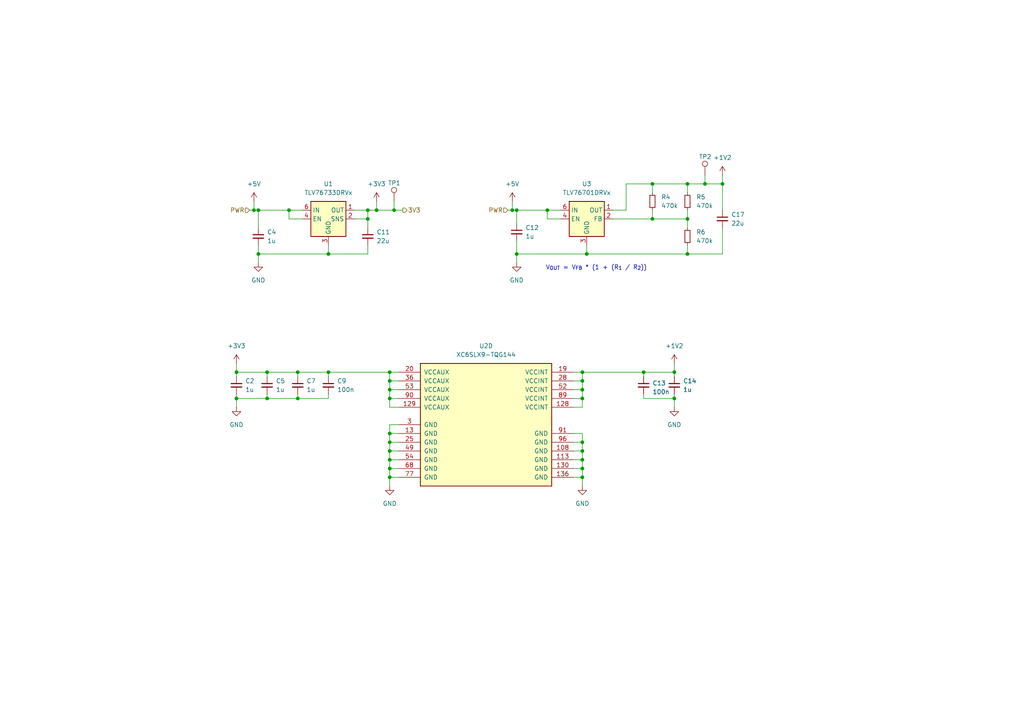
<source format=kicad_sch>
(kicad_sch
	(version 20231120)
	(generator "eeschema")
	(generator_version "8.0")
	(uuid "42dd74f1-1cc9-46a4-8896-d3c502f2748b")
	(paper "A4")
	(title_block
		(title "FPGA Power")
		(date "2024-03-11")
		(rev "1")
		(company "https://github.com/Cuprum77")
	)
	(lib_symbols
		(symbol "Connector:TestPoint"
			(pin_numbers hide)
			(pin_names
				(offset 0.762) hide)
			(exclude_from_sim no)
			(in_bom yes)
			(on_board yes)
			(property "Reference" "TP"
				(at 0 6.858 0)
				(effects
					(font
						(size 1.27 1.27)
					)
				)
			)
			(property "Value" "TestPoint"
				(at 0 5.08 0)
				(effects
					(font
						(size 1.27 1.27)
					)
				)
			)
			(property "Footprint" ""
				(at 5.08 0 0)
				(effects
					(font
						(size 1.27 1.27)
					)
					(hide yes)
				)
			)
			(property "Datasheet" "~"
				(at 5.08 0 0)
				(effects
					(font
						(size 1.27 1.27)
					)
					(hide yes)
				)
			)
			(property "Description" "test point"
				(at 0 0 0)
				(effects
					(font
						(size 1.27 1.27)
					)
					(hide yes)
				)
			)
			(property "ki_keywords" "test point tp"
				(at 0 0 0)
				(effects
					(font
						(size 1.27 1.27)
					)
					(hide yes)
				)
			)
			(property "ki_fp_filters" "Pin* Test*"
				(at 0 0 0)
				(effects
					(font
						(size 1.27 1.27)
					)
					(hide yes)
				)
			)
			(symbol "TestPoint_0_1"
				(circle
					(center 0 3.302)
					(radius 0.762)
					(stroke
						(width 0)
						(type default)
					)
					(fill
						(type none)
					)
				)
			)
			(symbol "TestPoint_1_1"
				(pin passive line
					(at 0 0 90)
					(length 2.54)
					(name "1"
						(effects
							(font
								(size 1.27 1.27)
							)
						)
					)
					(number "1"
						(effects
							(font
								(size 1.27 1.27)
							)
						)
					)
				)
			)
		)
		(symbol "Device:C_Small"
			(pin_numbers hide)
			(pin_names
				(offset 0.254) hide)
			(exclude_from_sim no)
			(in_bom yes)
			(on_board yes)
			(property "Reference" "C"
				(at 0.254 1.778 0)
				(effects
					(font
						(size 1.27 1.27)
					)
					(justify left)
				)
			)
			(property "Value" "C_Small"
				(at 0.254 -2.032 0)
				(effects
					(font
						(size 1.27 1.27)
					)
					(justify left)
				)
			)
			(property "Footprint" ""
				(at 0 0 0)
				(effects
					(font
						(size 1.27 1.27)
					)
					(hide yes)
				)
			)
			(property "Datasheet" "~"
				(at 0 0 0)
				(effects
					(font
						(size 1.27 1.27)
					)
					(hide yes)
				)
			)
			(property "Description" "Unpolarized capacitor, small symbol"
				(at 0 0 0)
				(effects
					(font
						(size 1.27 1.27)
					)
					(hide yes)
				)
			)
			(property "ki_keywords" "capacitor cap"
				(at 0 0 0)
				(effects
					(font
						(size 1.27 1.27)
					)
					(hide yes)
				)
			)
			(property "ki_fp_filters" "C_*"
				(at 0 0 0)
				(effects
					(font
						(size 1.27 1.27)
					)
					(hide yes)
				)
			)
			(symbol "C_Small_0_1"
				(polyline
					(pts
						(xy -1.524 -0.508) (xy 1.524 -0.508)
					)
					(stroke
						(width 0.3302)
						(type default)
					)
					(fill
						(type none)
					)
				)
				(polyline
					(pts
						(xy -1.524 0.508) (xy 1.524 0.508)
					)
					(stroke
						(width 0.3048)
						(type default)
					)
					(fill
						(type none)
					)
				)
			)
			(symbol "C_Small_1_1"
				(pin passive line
					(at 0 2.54 270)
					(length 2.032)
					(name "~"
						(effects
							(font
								(size 1.27 1.27)
							)
						)
					)
					(number "1"
						(effects
							(font
								(size 1.27 1.27)
							)
						)
					)
				)
				(pin passive line
					(at 0 -2.54 90)
					(length 2.032)
					(name "~"
						(effects
							(font
								(size 1.27 1.27)
							)
						)
					)
					(number "2"
						(effects
							(font
								(size 1.27 1.27)
							)
						)
					)
				)
			)
		)
		(symbol "Device:R_Small"
			(pin_numbers hide)
			(pin_names
				(offset 0.254) hide)
			(exclude_from_sim no)
			(in_bom yes)
			(on_board yes)
			(property "Reference" "R"
				(at 0.762 0.508 0)
				(effects
					(font
						(size 1.27 1.27)
					)
					(justify left)
				)
			)
			(property "Value" "R_Small"
				(at 0.762 -1.016 0)
				(effects
					(font
						(size 1.27 1.27)
					)
					(justify left)
				)
			)
			(property "Footprint" ""
				(at 0 0 0)
				(effects
					(font
						(size 1.27 1.27)
					)
					(hide yes)
				)
			)
			(property "Datasheet" "~"
				(at 0 0 0)
				(effects
					(font
						(size 1.27 1.27)
					)
					(hide yes)
				)
			)
			(property "Description" "Resistor, small symbol"
				(at 0 0 0)
				(effects
					(font
						(size 1.27 1.27)
					)
					(hide yes)
				)
			)
			(property "ki_keywords" "R resistor"
				(at 0 0 0)
				(effects
					(font
						(size 1.27 1.27)
					)
					(hide yes)
				)
			)
			(property "ki_fp_filters" "R_*"
				(at 0 0 0)
				(effects
					(font
						(size 1.27 1.27)
					)
					(hide yes)
				)
			)
			(symbol "R_Small_0_1"
				(rectangle
					(start -0.762 1.778)
					(end 0.762 -1.778)
					(stroke
						(width 0.2032)
						(type default)
					)
					(fill
						(type none)
					)
				)
			)
			(symbol "R_Small_1_1"
				(pin passive line
					(at 0 2.54 270)
					(length 0.762)
					(name "~"
						(effects
							(font
								(size 1.27 1.27)
							)
						)
					)
					(number "1"
						(effects
							(font
								(size 1.27 1.27)
							)
						)
					)
				)
				(pin passive line
					(at 0 -2.54 90)
					(length 0.762)
					(name "~"
						(effects
							(font
								(size 1.27 1.27)
							)
						)
					)
					(number "2"
						(effects
							(font
								(size 1.27 1.27)
							)
						)
					)
				)
			)
		)
		(symbol "FPGA_Xilinx_Spartan6:XC6SLX9-TQG144"
			(pin_names
				(offset 1.016)
			)
			(exclude_from_sim no)
			(in_bom yes)
			(on_board yes)
			(property "Reference" "U"
				(at 0 1.27 0)
				(effects
					(font
						(size 1.27 1.27)
					)
				)
			)
			(property "Value" "XC6SLX9-TQG144"
				(at 0 -1.27 0)
				(effects
					(font
						(size 1.27 1.27)
					)
				)
			)
			(property "Footprint" ""
				(at 0 0 0)
				(effects
					(font
						(size 1.27 1.27)
					)
					(hide yes)
				)
			)
			(property "Datasheet" ""
				(at 0 0 0)
				(effects
					(font
						(size 1.27 1.27)
					)
				)
			)
			(property "Description" "Spartan 6 LX 9 XC6SLX9-TQG144"
				(at 0 0 0)
				(effects
					(font
						(size 1.27 1.27)
					)
					(hide yes)
				)
			)
			(property "ki_locked" ""
				(at 0 0 0)
				(effects
					(font
						(size 1.27 1.27)
					)
				)
			)
			(property "ki_keywords" "FPGA"
				(at 0 0 0)
				(effects
					(font
						(size 1.27 1.27)
					)
					(hide yes)
				)
			)
			(symbol "XC6SLX9-TQG144_1_1"
				(rectangle
					(start -44.45 36.83)
					(end 44.45 -43.18)
					(stroke
						(width 0.254)
						(type default)
					)
					(fill
						(type background)
					)
				)
				(pin bidirectional line
					(at 50.8 12.7 180)
					(length 6.35)
					(name "IO_L33P_1"
						(effects
							(font
								(size 1.27 1.27)
							)
						)
					)
					(number "100"
						(effects
							(font
								(size 1.27 1.27)
							)
						)
					)
				)
				(pin bidirectional line
					(at 50.8 15.24 180)
					(length 6.35)
					(name "IO_L32N_1"
						(effects
							(font
								(size 1.27 1.27)
							)
						)
					)
					(number "101"
						(effects
							(font
								(size 1.27 1.27)
							)
						)
					)
				)
				(pin bidirectional line
					(at 50.8 17.78 180)
					(length 6.35)
					(name "IO_L32P_1"
						(effects
							(font
								(size 1.27 1.27)
							)
						)
					)
					(number "102"
						(effects
							(font
								(size 1.27 1.27)
							)
						)
					)
				)
				(pin power_in line
					(at 40.64 43.18 270)
					(length 6.35)
					(name "VCCO_1"
						(effects
							(font
								(size 1.27 1.27)
							)
						)
					)
					(number "103"
						(effects
							(font
								(size 1.27 1.27)
							)
						)
					)
				)
				(pin bidirectional line
					(at 50.8 20.32 180)
					(length 6.35)
					(name "IO_L1N_VREF_1"
						(effects
							(font
								(size 1.27 1.27)
							)
						)
					)
					(number "104"
						(effects
							(font
								(size 1.27 1.27)
							)
						)
					)
				)
				(pin bidirectional line
					(at 50.8 22.86 180)
					(length 6.35)
					(name "IO_L1P_1"
						(effects
							(font
								(size 1.27 1.27)
							)
						)
					)
					(number "105"
						(effects
							(font
								(size 1.27 1.27)
							)
						)
					)
				)
				(pin bidirectional line
					(at -50.8 -40.64 0)
					(length 6.35)
					(name "IO_L66N_SCP0_0"
						(effects
							(font
								(size 1.27 1.27)
							)
						)
					)
					(number "111"
						(effects
							(font
								(size 1.27 1.27)
							)
						)
					)
				)
				(pin bidirectional line
					(at -50.8 -38.1 0)
					(length 6.35)
					(name "IO_L66P_SCP1_0"
						(effects
							(font
								(size 1.27 1.27)
							)
						)
					)
					(number "112"
						(effects
							(font
								(size 1.27 1.27)
							)
						)
					)
				)
				(pin bidirectional line
					(at -50.8 -35.56 0)
					(length 6.35)
					(name "IO_L65N_SCP2_0"
						(effects
							(font
								(size 1.27 1.27)
							)
						)
					)
					(number "114"
						(effects
							(font
								(size 1.27 1.27)
							)
						)
					)
				)
				(pin bidirectional line
					(at -50.8 -33.02 0)
					(length 6.35)
					(name "IO_L65P_SCP3_0"
						(effects
							(font
								(size 1.27 1.27)
							)
						)
					)
					(number "115"
						(effects
							(font
								(size 1.27 1.27)
							)
						)
					)
				)
				(pin bidirectional line
					(at -50.8 -30.48 0)
					(length 6.35)
					(name "IO_L64N_SCP4_0"
						(effects
							(font
								(size 1.27 1.27)
							)
						)
					)
					(number "116"
						(effects
							(font
								(size 1.27 1.27)
							)
						)
					)
				)
				(pin bidirectional line
					(at -50.8 -27.94 0)
					(length 6.35)
					(name "IO_L64P_SCP5_0"
						(effects
							(font
								(size 1.27 1.27)
							)
						)
					)
					(number "117"
						(effects
							(font
								(size 1.27 1.27)
							)
						)
					)
				)
				(pin bidirectional line
					(at -50.8 -25.4 0)
					(length 6.35)
					(name "IO_L63N_SCP6_0"
						(effects
							(font
								(size 1.27 1.27)
							)
						)
					)
					(number "118"
						(effects
							(font
								(size 1.27 1.27)
							)
						)
					)
				)
				(pin bidirectional line
					(at -50.8 -22.86 0)
					(length 6.35)
					(name "IO_L63P_SCP7_0"
						(effects
							(font
								(size 1.27 1.27)
							)
						)
					)
					(number "119"
						(effects
							(font
								(size 1.27 1.27)
							)
						)
					)
				)
				(pin bidirectional line
					(at -50.8 -20.32 0)
					(length 6.35)
					(name "IO_L62N_VREF_0"
						(effects
							(font
								(size 1.27 1.27)
							)
						)
					)
					(number "120"
						(effects
							(font
								(size 1.27 1.27)
							)
						)
					)
				)
				(pin bidirectional line
					(at -50.8 -17.78 0)
					(length 6.35)
					(name "IO_L62P_0"
						(effects
							(font
								(size 1.27 1.27)
							)
						)
					)
					(number "121"
						(effects
							(font
								(size 1.27 1.27)
							)
						)
					)
				)
				(pin power_in line
					(at -40.64 43.18 270)
					(length 6.35)
					(name "VCCO_0"
						(effects
							(font
								(size 1.27 1.27)
							)
						)
					)
					(number "122"
						(effects
							(font
								(size 1.27 1.27)
							)
						)
					)
				)
				(pin bidirectional line
					(at -50.8 -15.24 0)
					(length 6.35)
					(name "IO_L37N_GCLK12_0"
						(effects
							(font
								(size 1.27 1.27)
							)
						)
					)
					(number "123"
						(effects
							(font
								(size 1.27 1.27)
							)
						)
					)
				)
				(pin bidirectional line
					(at -50.8 -12.7 0)
					(length 6.35)
					(name "IO_L37P_GCLK13_0"
						(effects
							(font
								(size 1.27 1.27)
							)
						)
					)
					(number "124"
						(effects
							(font
								(size 1.27 1.27)
							)
						)
					)
				)
				(pin power_in line
					(at -38.1 43.18 270)
					(length 6.35)
					(name "VCCO_0"
						(effects
							(font
								(size 1.27 1.27)
							)
						)
					)
					(number "125"
						(effects
							(font
								(size 1.27 1.27)
							)
						)
					)
				)
				(pin bidirectional line
					(at -50.8 -10.16 0)
					(length 6.35)
					(name "IO_L36N_GCLK14_0"
						(effects
							(font
								(size 1.27 1.27)
							)
						)
					)
					(number "126"
						(effects
							(font
								(size 1.27 1.27)
							)
						)
					)
				)
				(pin bidirectional line
					(at -50.8 -7.62 0)
					(length 6.35)
					(name "IO_L36P_GCLK15_0"
						(effects
							(font
								(size 1.27 1.27)
							)
						)
					)
					(number "127"
						(effects
							(font
								(size 1.27 1.27)
							)
						)
					)
				)
				(pin bidirectional line
					(at -50.8 -5.08 0)
					(length 6.35)
					(name "IO_L35N_GCLK16_0"
						(effects
							(font
								(size 1.27 1.27)
							)
						)
					)
					(number "131"
						(effects
							(font
								(size 1.27 1.27)
							)
						)
					)
				)
				(pin bidirectional line
					(at -50.8 -2.54 0)
					(length 6.35)
					(name "IO_L35P_GCLK17_0"
						(effects
							(font
								(size 1.27 1.27)
							)
						)
					)
					(number "132"
						(effects
							(font
								(size 1.27 1.27)
							)
						)
					)
				)
				(pin bidirectional line
					(at -50.8 0 0)
					(length 6.35)
					(name "IO_L34N_GCLK18_0"
						(effects
							(font
								(size 1.27 1.27)
							)
						)
					)
					(number "133"
						(effects
							(font
								(size 1.27 1.27)
							)
						)
					)
				)
				(pin bidirectional line
					(at -50.8 2.54 0)
					(length 6.35)
					(name "IO_L34P_GCLK19_0"
						(effects
							(font
								(size 1.27 1.27)
							)
						)
					)
					(number "134"
						(effects
							(font
								(size 1.27 1.27)
							)
						)
					)
				)
				(pin power_in line
					(at -35.56 43.18 270)
					(length 6.35)
					(name "VCCO_0"
						(effects
							(font
								(size 1.27 1.27)
							)
						)
					)
					(number "135"
						(effects
							(font
								(size 1.27 1.27)
							)
						)
					)
				)
				(pin bidirectional line
					(at -50.8 5.08 0)
					(length 6.35)
					(name "IO_L4N_0"
						(effects
							(font
								(size 1.27 1.27)
							)
						)
					)
					(number "137"
						(effects
							(font
								(size 1.27 1.27)
							)
						)
					)
				)
				(pin bidirectional line
					(at -50.8 7.62 0)
					(length 6.35)
					(name "IO_L4P_0"
						(effects
							(font
								(size 1.27 1.27)
							)
						)
					)
					(number "138"
						(effects
							(font
								(size 1.27 1.27)
							)
						)
					)
				)
				(pin bidirectional line
					(at -50.8 10.16 0)
					(length 6.35)
					(name "IO_L3N_0"
						(effects
							(font
								(size 1.27 1.27)
							)
						)
					)
					(number "139"
						(effects
							(font
								(size 1.27 1.27)
							)
						)
					)
				)
				(pin bidirectional line
					(at -50.8 12.7 0)
					(length 6.35)
					(name "IO_L3P_0"
						(effects
							(font
								(size 1.27 1.27)
							)
						)
					)
					(number "140"
						(effects
							(font
								(size 1.27 1.27)
							)
						)
					)
				)
				(pin bidirectional line
					(at -50.8 15.24 0)
					(length 6.35)
					(name "IO_L2N_0"
						(effects
							(font
								(size 1.27 1.27)
							)
						)
					)
					(number "141"
						(effects
							(font
								(size 1.27 1.27)
							)
						)
					)
				)
				(pin bidirectional line
					(at -50.8 17.78 0)
					(length 6.35)
					(name "IO_L2P_0"
						(effects
							(font
								(size 1.27 1.27)
							)
						)
					)
					(number "142"
						(effects
							(font
								(size 1.27 1.27)
							)
						)
					)
				)
				(pin bidirectional line
					(at -50.8 20.32 0)
					(length 6.35)
					(name "IO_L1N_VREF_0"
						(effects
							(font
								(size 1.27 1.27)
							)
						)
					)
					(number "143"
						(effects
							(font
								(size 1.27 1.27)
							)
						)
					)
				)
				(pin bidirectional line
					(at -50.8 22.86 0)
					(length 6.35)
					(name "IO_L1P_HSWAPEN_0"
						(effects
							(font
								(size 1.27 1.27)
							)
						)
					)
					(number "144"
						(effects
							(font
								(size 1.27 1.27)
							)
						)
					)
				)
				(pin bidirectional line
					(at 50.8 -35.56 180)
					(length 6.35)
					(name "IO_L74N_DOUT_BUSY_1"
						(effects
							(font
								(size 1.27 1.27)
							)
						)
					)
					(number "74"
						(effects
							(font
								(size 1.27 1.27)
							)
						)
					)
				)
				(pin bidirectional line
					(at 50.8 -33.02 180)
					(length 6.35)
					(name "IO_L74P_AWAKE_1"
						(effects
							(font
								(size 1.27 1.27)
							)
						)
					)
					(number "75"
						(effects
							(font
								(size 1.27 1.27)
							)
						)
					)
				)
				(pin power_in line
					(at 35.56 43.18 270)
					(length 6.35)
					(name "VCCO_1"
						(effects
							(font
								(size 1.27 1.27)
							)
						)
					)
					(number "76"
						(effects
							(font
								(size 1.27 1.27)
							)
						)
					)
				)
				(pin bidirectional line
					(at 50.8 -30.48 180)
					(length 6.35)
					(name "IO_L47N_1"
						(effects
							(font
								(size 1.27 1.27)
							)
						)
					)
					(number "78"
						(effects
							(font
								(size 1.27 1.27)
							)
						)
					)
				)
				(pin bidirectional line
					(at 50.8 -27.94 180)
					(length 6.35)
					(name "IO_L47P_1"
						(effects
							(font
								(size 1.27 1.27)
							)
						)
					)
					(number "79"
						(effects
							(font
								(size 1.27 1.27)
							)
						)
					)
				)
				(pin bidirectional line
					(at 50.8 -25.4 180)
					(length 6.35)
					(name "IO_L46N_1"
						(effects
							(font
								(size 1.27 1.27)
							)
						)
					)
					(number "80"
						(effects
							(font
								(size 1.27 1.27)
							)
						)
					)
				)
				(pin bidirectional line
					(at 50.8 -22.86 180)
					(length 6.35)
					(name "IO_L46P_1"
						(effects
							(font
								(size 1.27 1.27)
							)
						)
					)
					(number "81"
						(effects
							(font
								(size 1.27 1.27)
							)
						)
					)
				)
				(pin bidirectional line
					(at 50.8 -20.32 180)
					(length 6.35)
					(name "IO_L45N_1"
						(effects
							(font
								(size 1.27 1.27)
							)
						)
					)
					(number "82"
						(effects
							(font
								(size 1.27 1.27)
							)
						)
					)
				)
				(pin bidirectional line
					(at 50.8 -17.78 180)
					(length 6.35)
					(name "IO_L45P_1"
						(effects
							(font
								(size 1.27 1.27)
							)
						)
					)
					(number "83"
						(effects
							(font
								(size 1.27 1.27)
							)
						)
					)
				)
				(pin bidirectional line
					(at 50.8 -15.24 180)
					(length 6.35)
					(name "IO_L43N_GCLK4_1"
						(effects
							(font
								(size 1.27 1.27)
							)
						)
					)
					(number "84"
						(effects
							(font
								(size 1.27 1.27)
							)
						)
					)
				)
				(pin bidirectional line
					(at 50.8 -12.7 180)
					(length 6.35)
					(name "IO_L43P_GCLK5_1"
						(effects
							(font
								(size 1.27 1.27)
							)
						)
					)
					(number "85"
						(effects
							(font
								(size 1.27 1.27)
							)
						)
					)
				)
				(pin power_in line
					(at 38.1 43.18 270)
					(length 6.35)
					(name "VCCO_1"
						(effects
							(font
								(size 1.27 1.27)
							)
						)
					)
					(number "86"
						(effects
							(font
								(size 1.27 1.27)
							)
						)
					)
				)
				(pin bidirectional line
					(at 50.8 -10.16 180)
					(length 6.35)
					(name "IO_L42N_GCLK6_TRDY1_1"
						(effects
							(font
								(size 1.27 1.27)
							)
						)
					)
					(number "87"
						(effects
							(font
								(size 1.27 1.27)
							)
						)
					)
				)
				(pin bidirectional line
					(at 50.8 -7.62 180)
					(length 6.35)
					(name "IO_L42P_GCLK7_1"
						(effects
							(font
								(size 1.27 1.27)
							)
						)
					)
					(number "88"
						(effects
							(font
								(size 1.27 1.27)
							)
						)
					)
				)
				(pin bidirectional line
					(at 50.8 -5.08 180)
					(length 6.35)
					(name "IO_L41N_GCLK8_1"
						(effects
							(font
								(size 1.27 1.27)
							)
						)
					)
					(number "92"
						(effects
							(font
								(size 1.27 1.27)
							)
						)
					)
				)
				(pin bidirectional line
					(at 50.8 -2.54 180)
					(length 6.35)
					(name "IO_L41P_GCLK9_IRDY1_1"
						(effects
							(font
								(size 1.27 1.27)
							)
						)
					)
					(number "93"
						(effects
							(font
								(size 1.27 1.27)
							)
						)
					)
				)
				(pin bidirectional line
					(at 50.8 0 180)
					(length 6.35)
					(name "IO_L40N_GCLK10_1"
						(effects
							(font
								(size 1.27 1.27)
							)
						)
					)
					(number "94"
						(effects
							(font
								(size 1.27 1.27)
							)
						)
					)
				)
				(pin bidirectional line
					(at 50.8 2.54 180)
					(length 6.35)
					(name "IO_L40P_GCLK11_1"
						(effects
							(font
								(size 1.27 1.27)
							)
						)
					)
					(number "95"
						(effects
							(font
								(size 1.27 1.27)
							)
						)
					)
				)
				(pin bidirectional line
					(at 50.8 5.08 180)
					(length 6.35)
					(name "IO_L34N_1"
						(effects
							(font
								(size 1.27 1.27)
							)
						)
					)
					(number "97"
						(effects
							(font
								(size 1.27 1.27)
							)
						)
					)
				)
				(pin bidirectional line
					(at 50.8 7.62 180)
					(length 6.35)
					(name "IO_L34P_1"
						(effects
							(font
								(size 1.27 1.27)
							)
						)
					)
					(number "98"
						(effects
							(font
								(size 1.27 1.27)
							)
						)
					)
				)
				(pin bidirectional line
					(at 50.8 10.16 180)
					(length 6.35)
					(name "IO_L33N_1"
						(effects
							(font
								(size 1.27 1.27)
							)
						)
					)
					(number "99"
						(effects
							(font
								(size 1.27 1.27)
							)
						)
					)
				)
			)
			(symbol "XC6SLX9-TQG144_2_1"
				(rectangle
					(start -44.45 36.83)
					(end 44.45 -43.18)
					(stroke
						(width 0.254)
						(type default)
					)
					(fill
						(type background)
					)
				)
				(pin bidirectional line
					(at 50.8 -40.64 180)
					(length 6.35)
					(name "IO_L83N_VREF_3"
						(effects
							(font
								(size 1.27 1.27)
							)
						)
					)
					(number "1"
						(effects
							(font
								(size 1.27 1.27)
							)
						)
					)
				)
				(pin bidirectional line
					(at 50.8 -22.86 180)
					(length 6.35)
					(name "IO_L50P_3"
						(effects
							(font
								(size 1.27 1.27)
							)
						)
					)
					(number "10"
						(effects
							(font
								(size 1.27 1.27)
							)
						)
					)
				)
				(pin bidirectional line
					(at 50.8 -20.32 180)
					(length 6.35)
					(name "IO_L49N_3"
						(effects
							(font
								(size 1.27 1.27)
							)
						)
					)
					(number "11"
						(effects
							(font
								(size 1.27 1.27)
							)
						)
					)
				)
				(pin bidirectional line
					(at 50.8 -17.78 180)
					(length 6.35)
					(name "IO_L49P_3"
						(effects
							(font
								(size 1.27 1.27)
							)
						)
					)
					(number "12"
						(effects
							(font
								(size 1.27 1.27)
							)
						)
					)
				)
				(pin bidirectional line
					(at 50.8 -15.24 180)
					(length 6.35)
					(name "IO_L44N_GCLK20_3"
						(effects
							(font
								(size 1.27 1.27)
							)
						)
					)
					(number "14"
						(effects
							(font
								(size 1.27 1.27)
							)
						)
					)
				)
				(pin bidirectional line
					(at 50.8 -12.7 180)
					(length 6.35)
					(name "IO_L44P_GCLK21_3"
						(effects
							(font
								(size 1.27 1.27)
							)
						)
					)
					(number "15"
						(effects
							(font
								(size 1.27 1.27)
							)
						)
					)
				)
				(pin bidirectional line
					(at 50.8 -10.16 180)
					(length 6.35)
					(name "IO_L43N_GCLK22_IRDY2_3"
						(effects
							(font
								(size 1.27 1.27)
							)
						)
					)
					(number "16"
						(effects
							(font
								(size 1.27 1.27)
							)
						)
					)
				)
				(pin bidirectional line
					(at 50.8 -7.62 180)
					(length 6.35)
					(name "IO_L43P_GCLK23_3"
						(effects
							(font
								(size 1.27 1.27)
							)
						)
					)
					(number "17"
						(effects
							(font
								(size 1.27 1.27)
							)
						)
					)
				)
				(pin power_in line
					(at 38.1 43.18 270)
					(length 6.35)
					(name "VCCO_3"
						(effects
							(font
								(size 1.27 1.27)
							)
						)
					)
					(number "18"
						(effects
							(font
								(size 1.27 1.27)
							)
						)
					)
				)
				(pin bidirectional line
					(at 50.8 -38.1 180)
					(length 6.35)
					(name "IO_L83P_3"
						(effects
							(font
								(size 1.27 1.27)
							)
						)
					)
					(number "2"
						(effects
							(font
								(size 1.27 1.27)
							)
						)
					)
				)
				(pin bidirectional line
					(at 50.8 -5.08 180)
					(length 6.35)
					(name "IO_L42N_GCLK24_3"
						(effects
							(font
								(size 1.27 1.27)
							)
						)
					)
					(number "21"
						(effects
							(font
								(size 1.27 1.27)
							)
						)
					)
				)
				(pin bidirectional line
					(at 50.8 -2.54 180)
					(length 6.35)
					(name "IO_L42P_GCLK25_TRDY2_3"
						(effects
							(font
								(size 1.27 1.27)
							)
						)
					)
					(number "22"
						(effects
							(font
								(size 1.27 1.27)
							)
						)
					)
				)
				(pin bidirectional line
					(at 50.8 0 180)
					(length 6.35)
					(name "IO_L41N_GCLK26_3"
						(effects
							(font
								(size 1.27 1.27)
							)
						)
					)
					(number "23"
						(effects
							(font
								(size 1.27 1.27)
							)
						)
					)
				)
				(pin bidirectional line
					(at 50.8 2.54 180)
					(length 6.35)
					(name "IO_L41P_GCLK27_3"
						(effects
							(font
								(size 1.27 1.27)
							)
						)
					)
					(number "24"
						(effects
							(font
								(size 1.27 1.27)
							)
						)
					)
				)
				(pin bidirectional line
					(at 50.8 5.08 180)
					(length 6.35)
					(name "IO_L37N_3"
						(effects
							(font
								(size 1.27 1.27)
							)
						)
					)
					(number "26"
						(effects
							(font
								(size 1.27 1.27)
							)
						)
					)
				)
				(pin bidirectional line
					(at 50.8 7.62 180)
					(length 6.35)
					(name "IO_L37P_3"
						(effects
							(font
								(size 1.27 1.27)
							)
						)
					)
					(number "27"
						(effects
							(font
								(size 1.27 1.27)
							)
						)
					)
				)
				(pin bidirectional line
					(at 50.8 10.16 180)
					(length 6.35)
					(name "IO_L36N_3"
						(effects
							(font
								(size 1.27 1.27)
							)
						)
					)
					(number "29"
						(effects
							(font
								(size 1.27 1.27)
							)
						)
					)
				)
				(pin bidirectional line
					(at 50.8 12.7 180)
					(length 6.35)
					(name "IO_L36P_3"
						(effects
							(font
								(size 1.27 1.27)
							)
						)
					)
					(number "30"
						(effects
							(font
								(size 1.27 1.27)
							)
						)
					)
				)
				(pin power_in line
					(at 40.64 43.18 270)
					(length 6.35)
					(name "VCCO_3"
						(effects
							(font
								(size 1.27 1.27)
							)
						)
					)
					(number "31"
						(effects
							(font
								(size 1.27 1.27)
							)
						)
					)
				)
				(pin bidirectional line
					(at 50.8 15.24 180)
					(length 6.35)
					(name "IO_L2N_3"
						(effects
							(font
								(size 1.27 1.27)
							)
						)
					)
					(number "32"
						(effects
							(font
								(size 1.27 1.27)
							)
						)
					)
				)
				(pin bidirectional line
					(at 50.8 17.78 180)
					(length 6.35)
					(name "IO_L2P_3"
						(effects
							(font
								(size 1.27 1.27)
							)
						)
					)
					(number "33"
						(effects
							(font
								(size 1.27 1.27)
							)
						)
					)
				)
				(pin bidirectional line
					(at 50.8 20.32 180)
					(length 6.35)
					(name "IO_L1N_VREF_3"
						(effects
							(font
								(size 1.27 1.27)
							)
						)
					)
					(number "34"
						(effects
							(font
								(size 1.27 1.27)
							)
						)
					)
				)
				(pin bidirectional line
					(at 50.8 22.86 180)
					(length 6.35)
					(name "IO_L1P_3"
						(effects
							(font
								(size 1.27 1.27)
							)
						)
					)
					(number "35"
						(effects
							(font
								(size 1.27 1.27)
							)
						)
					)
				)
				(pin bidirectional line
					(at -50.8 -40.64 0)
					(length 6.35)
					(name "IO_L65N_CSO_B_2"
						(effects
							(font
								(size 1.27 1.27)
							)
						)
					)
					(number "38"
						(effects
							(font
								(size 1.27 1.27)
							)
						)
					)
				)
				(pin bidirectional line
					(at -50.8 -38.1 0)
					(length 6.35)
					(name "IO_L65P_INIT_B_2"
						(effects
							(font
								(size 1.27 1.27)
							)
						)
					)
					(number "39"
						(effects
							(font
								(size 1.27 1.27)
							)
						)
					)
				)
				(pin power_in line
					(at 35.56 43.18 270)
					(length 6.35)
					(name "VCCO_3"
						(effects
							(font
								(size 1.27 1.27)
							)
						)
					)
					(number "4"
						(effects
							(font
								(size 1.27 1.27)
							)
						)
					)
				)
				(pin bidirectional line
					(at -50.8 -35.56 0)
					(length 6.35)
					(name "IO_L64N_D9_2"
						(effects
							(font
								(size 1.27 1.27)
							)
						)
					)
					(number "40"
						(effects
							(font
								(size 1.27 1.27)
							)
						)
					)
				)
				(pin bidirectional line
					(at -50.8 -33.02 0)
					(length 6.35)
					(name "IO_L64P_D8_2"
						(effects
							(font
								(size 1.27 1.27)
							)
						)
					)
					(number "41"
						(effects
							(font
								(size 1.27 1.27)
							)
						)
					)
				)
				(pin power_in line
					(at -40.64 43.18 270)
					(length 6.35)
					(name "VCCO_2"
						(effects
							(font
								(size 1.27 1.27)
							)
						)
					)
					(number "42"
						(effects
							(font
								(size 1.27 1.27)
							)
						)
					)
				)
				(pin bidirectional line
					(at -50.8 -30.48 0)
					(length 6.35)
					(name "IO_L62N_D6_2"
						(effects
							(font
								(size 1.27 1.27)
							)
						)
					)
					(number "43"
						(effects
							(font
								(size 1.27 1.27)
							)
						)
					)
				)
				(pin bidirectional line
					(at -50.8 -27.94 0)
					(length 6.35)
					(name "IO_L62P_D5_2"
						(effects
							(font
								(size 1.27 1.27)
							)
						)
					)
					(number "44"
						(effects
							(font
								(size 1.27 1.27)
							)
						)
					)
				)
				(pin bidirectional line
					(at -50.8 -25.4 0)
					(length 6.35)
					(name "IO_L49N_D4_2"
						(effects
							(font
								(size 1.27 1.27)
							)
						)
					)
					(number "45"
						(effects
							(font
								(size 1.27 1.27)
							)
						)
					)
				)
				(pin bidirectional line
					(at -50.8 -22.86 0)
					(length 6.35)
					(name "IO_L49P_D3_2"
						(effects
							(font
								(size 1.27 1.27)
							)
						)
					)
					(number "46"
						(effects
							(font
								(size 1.27 1.27)
							)
						)
					)
				)
				(pin bidirectional line
					(at -50.8 -20.32 0)
					(length 6.35)
					(name "IO_L48N_RDWR_B_VREF_2"
						(effects
							(font
								(size 1.27 1.27)
							)
						)
					)
					(number "47"
						(effects
							(font
								(size 1.27 1.27)
							)
						)
					)
				)
				(pin bidirectional line
					(at -50.8 -17.78 0)
					(length 6.35)
					(name "IO_L48P_D7_2"
						(effects
							(font
								(size 1.27 1.27)
							)
						)
					)
					(number "48"
						(effects
							(font
								(size 1.27 1.27)
							)
						)
					)
				)
				(pin bidirectional line
					(at 50.8 -35.56 180)
					(length 6.35)
					(name "IO_L52N_3"
						(effects
							(font
								(size 1.27 1.27)
							)
						)
					)
					(number "5"
						(effects
							(font
								(size 1.27 1.27)
							)
						)
					)
				)
				(pin bidirectional line
					(at -50.8 -15.24 0)
					(length 6.35)
					(name "IO_L31N_GCLK30_D15_2"
						(effects
							(font
								(size 1.27 1.27)
							)
						)
					)
					(number "50"
						(effects
							(font
								(size 1.27 1.27)
							)
						)
					)
				)
				(pin bidirectional line
					(at -50.8 -12.7 0)
					(length 6.35)
					(name "IO_L31P_GCLK31_D14_2"
						(effects
							(font
								(size 1.27 1.27)
							)
						)
					)
					(number "51"
						(effects
							(font
								(size 1.27 1.27)
							)
						)
					)
				)
				(pin bidirectional line
					(at -50.8 -10.16 0)
					(length 6.35)
					(name "IO_L30N_GCLK0_USERCCLK_2"
						(effects
							(font
								(size 1.27 1.27)
							)
						)
					)
					(number "55"
						(effects
							(font
								(size 1.27 1.27)
							)
						)
					)
				)
				(pin bidirectional line
					(at -50.8 -7.62 0)
					(length 6.35)
					(name "IO_L30P_GCLK1_D13_2"
						(effects
							(font
								(size 1.27 1.27)
							)
						)
					)
					(number "56"
						(effects
							(font
								(size 1.27 1.27)
							)
						)
					)
				)
				(pin bidirectional line
					(at -50.8 -5.08 0)
					(length 6.35)
					(name "IO_L14N_D12_2"
						(effects
							(font
								(size 1.27 1.27)
							)
						)
					)
					(number "57"
						(effects
							(font
								(size 1.27 1.27)
							)
						)
					)
				)
				(pin bidirectional line
					(at -50.8 -2.54 0)
					(length 6.35)
					(name "IO_L14P_D11_2"
						(effects
							(font
								(size 1.27 1.27)
							)
						)
					)
					(number "58"
						(effects
							(font
								(size 1.27 1.27)
							)
						)
					)
				)
				(pin bidirectional line
					(at -50.8 0 0)
					(length 6.35)
					(name "IO_L13N_D10_2"
						(effects
							(font
								(size 1.27 1.27)
							)
						)
					)
					(number "59"
						(effects
							(font
								(size 1.27 1.27)
							)
						)
					)
				)
				(pin bidirectional line
					(at 50.8 -33.02 180)
					(length 6.35)
					(name "IO_L52P_3"
						(effects
							(font
								(size 1.27 1.27)
							)
						)
					)
					(number "6"
						(effects
							(font
								(size 1.27 1.27)
							)
						)
					)
				)
				(pin bidirectional line
					(at -50.8 2.54 0)
					(length 6.35)
					(name "IO_L13P_M1_2"
						(effects
							(font
								(size 1.27 1.27)
							)
						)
					)
					(number "60"
						(effects
							(font
								(size 1.27 1.27)
							)
						)
					)
				)
				(pin bidirectional line
					(at -50.8 5.08 0)
					(length 6.35)
					(name "IO_L12N_D2_MISO3_2"
						(effects
							(font
								(size 1.27 1.27)
							)
						)
					)
					(number "61"
						(effects
							(font
								(size 1.27 1.27)
							)
						)
					)
				)
				(pin bidirectional line
					(at -50.8 7.62 0)
					(length 6.35)
					(name "IO_L12P_D1_MISO2_2"
						(effects
							(font
								(size 1.27 1.27)
							)
						)
					)
					(number "62"
						(effects
							(font
								(size 1.27 1.27)
							)
						)
					)
				)
				(pin power_in line
					(at -38.1 43.18 270)
					(length 6.35)
					(name "VCCO_2"
						(effects
							(font
								(size 1.27 1.27)
							)
						)
					)
					(number "63"
						(effects
							(font
								(size 1.27 1.27)
							)
						)
					)
				)
				(pin bidirectional line
					(at -50.8 10.16 0)
					(length 6.35)
					(name "IO_L3N_MOSI_CSI_B_MISO0_2"
						(effects
							(font
								(size 1.27 1.27)
							)
						)
					)
					(number "64"
						(effects
							(font
								(size 1.27 1.27)
							)
						)
					)
				)
				(pin bidirectional line
					(at -50.8 12.7 0)
					(length 6.35)
					(name "IO_L3P_D0_DIN_MISO_MISO1_2"
						(effects
							(font
								(size 1.27 1.27)
							)
						)
					)
					(number "65"
						(effects
							(font
								(size 1.27 1.27)
							)
						)
					)
				)
				(pin bidirectional line
					(at -50.8 15.24 0)
					(length 6.35)
					(name "IO_L2N_CMPMOSI_2"
						(effects
							(font
								(size 1.27 1.27)
							)
						)
					)
					(number "66"
						(effects
							(font
								(size 1.27 1.27)
							)
						)
					)
				)
				(pin bidirectional line
					(at -50.8 17.78 0)
					(length 6.35)
					(name "IO_L2P_CMPCLK_2"
						(effects
							(font
								(size 1.27 1.27)
							)
						)
					)
					(number "67"
						(effects
							(font
								(size 1.27 1.27)
							)
						)
					)
				)
				(pin bidirectional line
					(at -50.8 20.32 0)
					(length 6.35)
					(name "IO_L1N_M0_CMPMISO_2"
						(effects
							(font
								(size 1.27 1.27)
							)
						)
					)
					(number "69"
						(effects
							(font
								(size 1.27 1.27)
							)
						)
					)
				)
				(pin bidirectional line
					(at 50.8 -30.48 180)
					(length 6.35)
					(name "IO_L51N_3"
						(effects
							(font
								(size 1.27 1.27)
							)
						)
					)
					(number "7"
						(effects
							(font
								(size 1.27 1.27)
							)
						)
					)
				)
				(pin bidirectional line
					(at -50.8 22.86 0)
					(length 6.35)
					(name "IO_L1P_CCLK_2"
						(effects
							(font
								(size 1.27 1.27)
							)
						)
					)
					(number "70"
						(effects
							(font
								(size 1.27 1.27)
							)
						)
					)
				)
				(pin bidirectional line
					(at 50.8 -27.94 180)
					(length 6.35)
					(name "IO_L51P_3"
						(effects
							(font
								(size 1.27 1.27)
							)
						)
					)
					(number "8"
						(effects
							(font
								(size 1.27 1.27)
							)
						)
					)
				)
				(pin bidirectional line
					(at 50.8 -25.4 180)
					(length 6.35)
					(name "IO_L50N_3"
						(effects
							(font
								(size 1.27 1.27)
							)
						)
					)
					(number "9"
						(effects
							(font
								(size 1.27 1.27)
							)
						)
					)
				)
			)
			(symbol "XC6SLX9-TQG144_3_1"
				(rectangle
					(start -31.75 15.24)
					(end 31.75 -15.24)
					(stroke
						(width 0.254)
						(type default)
					)
					(fill
						(type background)
					)
				)
				(pin bidirectional line
					(at 38.1 10.16 180)
					(length 6.35)
					(name "TDO"
						(effects
							(font
								(size 1.27 1.27)
							)
						)
					)
					(number "106"
						(effects
							(font
								(size 1.27 1.27)
							)
						)
					)
				)
				(pin bidirectional line
					(at 38.1 7.62 180)
					(length 6.35)
					(name "TMS"
						(effects
							(font
								(size 1.27 1.27)
							)
						)
					)
					(number "107"
						(effects
							(font
								(size 1.27 1.27)
							)
						)
					)
				)
				(pin bidirectional line
					(at 38.1 5.08 180)
					(length 6.35)
					(name "TCK"
						(effects
							(font
								(size 1.27 1.27)
							)
						)
					)
					(number "109"
						(effects
							(font
								(size 1.27 1.27)
							)
						)
					)
				)
				(pin bidirectional line
					(at 38.1 12.7 180)
					(length 6.35)
					(name "TDI"
						(effects
							(font
								(size 1.27 1.27)
							)
						)
					)
					(number "110"
						(effects
							(font
								(size 1.27 1.27)
							)
						)
					)
				)
				(pin bidirectional line
					(at 38.1 -2.54 180)
					(length 6.35)
					(name "PROGRAM_B_2"
						(effects
							(font
								(size 1.27 1.27)
							)
						)
					)
					(number "37"
						(effects
							(font
								(size 1.27 1.27)
							)
						)
					)
				)
				(pin bidirectional line
					(at 38.1 0 180)
					(length 6.35)
					(name "DONE_2"
						(effects
							(font
								(size 1.27 1.27)
							)
						)
					)
					(number "71"
						(effects
							(font
								(size 1.27 1.27)
							)
						)
					)
				)
				(pin bidirectional line
					(at 38.1 -12.7 180)
					(length 6.35)
					(name "CMPCS_B_2"
						(effects
							(font
								(size 1.27 1.27)
							)
						)
					)
					(number "72"
						(effects
							(font
								(size 1.27 1.27)
							)
						)
					)
				)
				(pin bidirectional line
					(at 38.1 -7.62 180)
					(length 6.35)
					(name "SUSPEND"
						(effects
							(font
								(size 1.27 1.27)
							)
						)
					)
					(number "73"
						(effects
							(font
								(size 1.27 1.27)
							)
						)
					)
				)
			)
			(symbol "XC6SLX9-TQG144_4_1"
				(rectangle
					(start -19.05 17.78)
					(end 19.05 -17.78)
					(stroke
						(width 0.254)
						(type default)
					)
					(fill
						(type background)
					)
				)
				(pin power_in line
					(at 25.4 -7.62 180)
					(length 6.35)
					(name "GND"
						(effects
							(font
								(size 1.27 1.27)
							)
						)
					)
					(number "108"
						(effects
							(font
								(size 1.27 1.27)
							)
						)
					)
				)
				(pin power_in line
					(at 25.4 -10.16 180)
					(length 6.35)
					(name "GND"
						(effects
							(font
								(size 1.27 1.27)
							)
						)
					)
					(number "113"
						(effects
							(font
								(size 1.27 1.27)
							)
						)
					)
				)
				(pin power_in line
					(at 25.4 5.08 180)
					(length 6.35)
					(name "VCCINT"
						(effects
							(font
								(size 1.27 1.27)
							)
						)
					)
					(number "128"
						(effects
							(font
								(size 1.27 1.27)
							)
						)
					)
				)
				(pin power_in line
					(at -25.4 5.08 0)
					(length 6.35)
					(name "VCCAUX"
						(effects
							(font
								(size 1.27 1.27)
							)
						)
					)
					(number "129"
						(effects
							(font
								(size 1.27 1.27)
							)
						)
					)
				)
				(pin power_in line
					(at -25.4 -2.54 0)
					(length 6.35)
					(name "GND"
						(effects
							(font
								(size 1.27 1.27)
							)
						)
					)
					(number "13"
						(effects
							(font
								(size 1.27 1.27)
							)
						)
					)
				)
				(pin power_in line
					(at 25.4 -12.7 180)
					(length 6.35)
					(name "GND"
						(effects
							(font
								(size 1.27 1.27)
							)
						)
					)
					(number "130"
						(effects
							(font
								(size 1.27 1.27)
							)
						)
					)
				)
				(pin power_in line
					(at 25.4 -15.24 180)
					(length 6.35)
					(name "GND"
						(effects
							(font
								(size 1.27 1.27)
							)
						)
					)
					(number "136"
						(effects
							(font
								(size 1.27 1.27)
							)
						)
					)
				)
				(pin power_in line
					(at 25.4 15.24 180)
					(length 6.35)
					(name "VCCINT"
						(effects
							(font
								(size 1.27 1.27)
							)
						)
					)
					(number "19"
						(effects
							(font
								(size 1.27 1.27)
							)
						)
					)
				)
				(pin power_in line
					(at -25.4 15.24 0)
					(length 6.35)
					(name "VCCAUX"
						(effects
							(font
								(size 1.27 1.27)
							)
						)
					)
					(number "20"
						(effects
							(font
								(size 1.27 1.27)
							)
						)
					)
				)
				(pin power_in line
					(at -25.4 -5.08 0)
					(length 6.35)
					(name "GND"
						(effects
							(font
								(size 1.27 1.27)
							)
						)
					)
					(number "25"
						(effects
							(font
								(size 1.27 1.27)
							)
						)
					)
				)
				(pin power_in line
					(at 25.4 12.7 180)
					(length 6.35)
					(name "VCCINT"
						(effects
							(font
								(size 1.27 1.27)
							)
						)
					)
					(number "28"
						(effects
							(font
								(size 1.27 1.27)
							)
						)
					)
				)
				(pin power_in line
					(at -25.4 0 0)
					(length 6.35)
					(name "GND"
						(effects
							(font
								(size 1.27 1.27)
							)
						)
					)
					(number "3"
						(effects
							(font
								(size 1.27 1.27)
							)
						)
					)
				)
				(pin power_in line
					(at -25.4 12.7 0)
					(length 6.35)
					(name "VCCAUX"
						(effects
							(font
								(size 1.27 1.27)
							)
						)
					)
					(number "36"
						(effects
							(font
								(size 1.27 1.27)
							)
						)
					)
				)
				(pin power_in line
					(at -25.4 -7.62 0)
					(length 6.35)
					(name "GND"
						(effects
							(font
								(size 1.27 1.27)
							)
						)
					)
					(number "49"
						(effects
							(font
								(size 1.27 1.27)
							)
						)
					)
				)
				(pin power_in line
					(at 25.4 10.16 180)
					(length 6.35)
					(name "VCCINT"
						(effects
							(font
								(size 1.27 1.27)
							)
						)
					)
					(number "52"
						(effects
							(font
								(size 1.27 1.27)
							)
						)
					)
				)
				(pin power_in line
					(at -25.4 10.16 0)
					(length 6.35)
					(name "VCCAUX"
						(effects
							(font
								(size 1.27 1.27)
							)
						)
					)
					(number "53"
						(effects
							(font
								(size 1.27 1.27)
							)
						)
					)
				)
				(pin power_in line
					(at -25.4 -10.16 0)
					(length 6.35)
					(name "GND"
						(effects
							(font
								(size 1.27 1.27)
							)
						)
					)
					(number "54"
						(effects
							(font
								(size 1.27 1.27)
							)
						)
					)
				)
				(pin power_in line
					(at -25.4 -12.7 0)
					(length 6.35)
					(name "GND"
						(effects
							(font
								(size 1.27 1.27)
							)
						)
					)
					(number "68"
						(effects
							(font
								(size 1.27 1.27)
							)
						)
					)
				)
				(pin power_in line
					(at -25.4 -15.24 0)
					(length 6.35)
					(name "GND"
						(effects
							(font
								(size 1.27 1.27)
							)
						)
					)
					(number "77"
						(effects
							(font
								(size 1.27 1.27)
							)
						)
					)
				)
				(pin power_in line
					(at 25.4 7.62 180)
					(length 6.35)
					(name "VCCINT"
						(effects
							(font
								(size 1.27 1.27)
							)
						)
					)
					(number "89"
						(effects
							(font
								(size 1.27 1.27)
							)
						)
					)
				)
				(pin power_in line
					(at -25.4 7.62 0)
					(length 6.35)
					(name "VCCAUX"
						(effects
							(font
								(size 1.27 1.27)
							)
						)
					)
					(number "90"
						(effects
							(font
								(size 1.27 1.27)
							)
						)
					)
				)
				(pin power_in line
					(at 25.4 -2.54 180)
					(length 6.35)
					(name "GND"
						(effects
							(font
								(size 1.27 1.27)
							)
						)
					)
					(number "91"
						(effects
							(font
								(size 1.27 1.27)
							)
						)
					)
				)
				(pin power_in line
					(at 25.4 -5.08 180)
					(length 6.35)
					(name "GND"
						(effects
							(font
								(size 1.27 1.27)
							)
						)
					)
					(number "96"
						(effects
							(font
								(size 1.27 1.27)
							)
						)
					)
				)
			)
		)
		(symbol "Regulator_Linear:TLV76701DRVx"
			(exclude_from_sim no)
			(in_bom yes)
			(on_board yes)
			(property "Reference" "U7"
				(at 0 10.16 0)
				(effects
					(font
						(size 1.27 1.27)
					)
				)
			)
			(property "Value" "TLV76701DRVx"
				(at 0 7.62 0)
				(effects
					(font
						(size 1.27 1.27)
					)
				)
			)
			(property "Footprint" "Package_SON:WSON-6-1EP_2x2mm_P0.65mm_EP1x1.6mm_ThermalVias"
				(at 0 11.43 0)
				(effects
					(font
						(size 1.27 1.27)
					)
					(hide yes)
				)
			)
			(property "Datasheet" "www.ti.com/lit/gpn/TLV767"
				(at -1.27 0 0)
				(effects
					(font
						(size 1.27 1.27)
					)
					(hide yes)
				)
			)
			(property "Description" "1A, 16V Precision Linear Voltage Regulator, with enable pin, Adjustable Output 0.8-13.6V, WSON-6"
				(at 0 0 0)
				(effects
					(font
						(size 1.27 1.27)
					)
					(hide yes)
				)
			)
			(property "ki_keywords" "1A, 16V Precision Linear Voltage Regulator"
				(at 0 0 0)
				(effects
					(font
						(size 1.27 1.27)
					)
					(hide yes)
				)
			)
			(property "ki_fp_filters" "WSON*1EP*2x2mm*P0.65*"
				(at 0 0 0)
				(effects
					(font
						(size 1.27 1.27)
					)
					(hide yes)
				)
			)
			(symbol "TLV76701DRVx_0_1"
				(rectangle
					(start -5.08 -5.08)
					(end 5.08 5.08)
					(stroke
						(width 0.254)
						(type default)
					)
					(fill
						(type background)
					)
				)
			)
			(symbol "TLV76701DRVx_1_1"
				(pin power_out line
					(at 7.62 2.54 180)
					(length 2.54)
					(name "OUT"
						(effects
							(font
								(size 1.27 1.27)
							)
						)
					)
					(number "1"
						(effects
							(font
								(size 1.27 1.27)
							)
						)
					)
				)
				(pin input line
					(at 7.62 0 180)
					(length 2.54)
					(name "FB"
						(effects
							(font
								(size 1.27 1.27)
							)
						)
					)
					(number "2"
						(effects
							(font
								(size 1.27 1.27)
							)
						)
					)
				)
				(pin power_in line
					(at 0 -7.62 90)
					(length 2.54)
					(name "GND"
						(effects
							(font
								(size 1.27 1.27)
							)
						)
					)
					(number "3"
						(effects
							(font
								(size 1.27 1.27)
							)
						)
					)
				)
				(pin input line
					(at -7.62 0 0)
					(length 2.54)
					(name "EN"
						(effects
							(font
								(size 1.27 1.27)
							)
						)
					)
					(number "4"
						(effects
							(font
								(size 1.27 1.27)
							)
						)
					)
				)
				(pin passive line
					(at 0 -7.62 90)
					(length 2.54) hide
					(name "GND"
						(effects
							(font
								(size 1.27 1.27)
							)
						)
					)
					(number "5"
						(effects
							(font
								(size 1.27 1.27)
							)
						)
					)
				)
				(pin power_in line
					(at -7.62 2.54 0)
					(length 2.54)
					(name "IN"
						(effects
							(font
								(size 1.27 1.27)
							)
						)
					)
					(number "6"
						(effects
							(font
								(size 1.27 1.27)
							)
						)
					)
				)
				(pin passive line
					(at 0 -7.62 90)
					(length 2.54) hide
					(name "PAD"
						(effects
							(font
								(size 1.27 1.27)
							)
						)
					)
					(number "7"
						(effects
							(font
								(size 1.27 1.27)
							)
						)
					)
				)
			)
		)
		(symbol "TLV76733DRVx_1"
			(exclude_from_sim no)
			(in_bom yes)
			(on_board yes)
			(property "Reference" "U8"
				(at 0 10.16 0)
				(effects
					(font
						(size 1.27 1.27)
					)
				)
			)
			(property "Value" "TLV76733DRVx"
				(at 0 7.62 0)
				(effects
					(font
						(size 1.27 1.27)
					)
				)
			)
			(property "Footprint" "Package_SON:WSON-6-1EP_2x2mm_P0.65mm_EP1x1.6mm_ThermalVias"
				(at 0 11.43 0)
				(effects
					(font
						(size 1.27 1.27)
					)
					(hide yes)
				)
			)
			(property "Datasheet" "www.ti.com/lit/gpn/TLV767"
				(at -1.27 0 0)
				(effects
					(font
						(size 1.27 1.27)
					)
					(hide yes)
				)
			)
			(property "Description" "1A Precision Linear Voltage Regulator, with enable pin, Fixed Output 3.3V, WSON6"
				(at 0 0 0)
				(effects
					(font
						(size 1.27 1.27)
					)
					(hide yes)
				)
			)
			(property "ki_keywords" "1A Precision Linear Voltage Regulator"
				(at 0 0 0)
				(effects
					(font
						(size 1.27 1.27)
					)
					(hide yes)
				)
			)
			(property "ki_fp_filters" "WSON*1EP*2x2mm*P0.65*"
				(at 0 0 0)
				(effects
					(font
						(size 1.27 1.27)
					)
					(hide yes)
				)
			)
			(symbol "TLV76733DRVx_1_0_1"
				(rectangle
					(start -5.08 -5.08)
					(end 5.08 5.08)
					(stroke
						(width 0.254)
						(type default)
					)
					(fill
						(type background)
					)
				)
			)
			(symbol "TLV76733DRVx_1_1_1"
				(pin power_out line
					(at 7.62 2.54 180)
					(length 2.54)
					(name "OUT"
						(effects
							(font
								(size 1.27 1.27)
							)
						)
					)
					(number "1"
						(effects
							(font
								(size 1.27 1.27)
							)
						)
					)
				)
				(pin input line
					(at 7.62 0 180)
					(length 2.54)
					(name "SNS"
						(effects
							(font
								(size 1.27 1.27)
							)
						)
					)
					(number "2"
						(effects
							(font
								(size 1.27 1.27)
							)
						)
					)
				)
				(pin power_in line
					(at 0 -7.62 90)
					(length 2.54)
					(name "GND"
						(effects
							(font
								(size 1.27 1.27)
							)
						)
					)
					(number "3"
						(effects
							(font
								(size 1.27 1.27)
							)
						)
					)
				)
				(pin input line
					(at -7.62 0 0)
					(length 2.54)
					(name "EN"
						(effects
							(font
								(size 1.27 1.27)
							)
						)
					)
					(number "4"
						(effects
							(font
								(size 1.27 1.27)
							)
						)
					)
				)
				(pin passive line
					(at 0 -7.62 90)
					(length 2.54) hide
					(name "GND"
						(effects
							(font
								(size 1.27 1.27)
							)
						)
					)
					(number "5"
						(effects
							(font
								(size 1.27 1.27)
							)
						)
					)
				)
				(pin power_in line
					(at -7.62 2.54 0)
					(length 2.54)
					(name "IN"
						(effects
							(font
								(size 1.27 1.27)
							)
						)
					)
					(number "6"
						(effects
							(font
								(size 1.27 1.27)
							)
						)
					)
				)
				(pin passive line
					(at 0 -7.62 90)
					(length 2.54) hide
					(name "PAD"
						(effects
							(font
								(size 1.27 1.27)
							)
						)
					)
					(number "7"
						(effects
							(font
								(size 1.27 1.27)
							)
						)
					)
				)
			)
		)
		(symbol "power:+1V2"
			(power)
			(pin_numbers hide)
			(pin_names
				(offset 0) hide)
			(exclude_from_sim no)
			(in_bom yes)
			(on_board yes)
			(property "Reference" "#PWR"
				(at 0 -3.81 0)
				(effects
					(font
						(size 1.27 1.27)
					)
					(hide yes)
				)
			)
			(property "Value" "+1V2"
				(at 0 3.556 0)
				(effects
					(font
						(size 1.27 1.27)
					)
				)
			)
			(property "Footprint" ""
				(at 0 0 0)
				(effects
					(font
						(size 1.27 1.27)
					)
					(hide yes)
				)
			)
			(property "Datasheet" ""
				(at 0 0 0)
				(effects
					(font
						(size 1.27 1.27)
					)
					(hide yes)
				)
			)
			(property "Description" "Power symbol creates a global label with name \"+1V2\""
				(at 0 0 0)
				(effects
					(font
						(size 1.27 1.27)
					)
					(hide yes)
				)
			)
			(property "ki_keywords" "global power"
				(at 0 0 0)
				(effects
					(font
						(size 1.27 1.27)
					)
					(hide yes)
				)
			)
			(symbol "+1V2_0_1"
				(polyline
					(pts
						(xy -0.762 1.27) (xy 0 2.54)
					)
					(stroke
						(width 0)
						(type default)
					)
					(fill
						(type none)
					)
				)
				(polyline
					(pts
						(xy 0 0) (xy 0 2.54)
					)
					(stroke
						(width 0)
						(type default)
					)
					(fill
						(type none)
					)
				)
				(polyline
					(pts
						(xy 0 2.54) (xy 0.762 1.27)
					)
					(stroke
						(width 0)
						(type default)
					)
					(fill
						(type none)
					)
				)
			)
			(symbol "+1V2_1_1"
				(pin power_in line
					(at 0 0 90)
					(length 0)
					(name "~"
						(effects
							(font
								(size 1.27 1.27)
							)
						)
					)
					(number "1"
						(effects
							(font
								(size 1.27 1.27)
							)
						)
					)
				)
			)
		)
		(symbol "power:+3V3"
			(power)
			(pin_numbers hide)
			(pin_names
				(offset 0) hide)
			(exclude_from_sim no)
			(in_bom yes)
			(on_board yes)
			(property "Reference" "#PWR"
				(at 0 -3.81 0)
				(effects
					(font
						(size 1.27 1.27)
					)
					(hide yes)
				)
			)
			(property "Value" "+3V3"
				(at 0 3.556 0)
				(effects
					(font
						(size 1.27 1.27)
					)
				)
			)
			(property "Footprint" ""
				(at 0 0 0)
				(effects
					(font
						(size 1.27 1.27)
					)
					(hide yes)
				)
			)
			(property "Datasheet" ""
				(at 0 0 0)
				(effects
					(font
						(size 1.27 1.27)
					)
					(hide yes)
				)
			)
			(property "Description" "Power symbol creates a global label with name \"+3V3\""
				(at 0 0 0)
				(effects
					(font
						(size 1.27 1.27)
					)
					(hide yes)
				)
			)
			(property "ki_keywords" "global power"
				(at 0 0 0)
				(effects
					(font
						(size 1.27 1.27)
					)
					(hide yes)
				)
			)
			(symbol "+3V3_0_1"
				(polyline
					(pts
						(xy -0.762 1.27) (xy 0 2.54)
					)
					(stroke
						(width 0)
						(type default)
					)
					(fill
						(type none)
					)
				)
				(polyline
					(pts
						(xy 0 0) (xy 0 2.54)
					)
					(stroke
						(width 0)
						(type default)
					)
					(fill
						(type none)
					)
				)
				(polyline
					(pts
						(xy 0 2.54) (xy 0.762 1.27)
					)
					(stroke
						(width 0)
						(type default)
					)
					(fill
						(type none)
					)
				)
			)
			(symbol "+3V3_1_1"
				(pin power_in line
					(at 0 0 90)
					(length 0)
					(name "~"
						(effects
							(font
								(size 1.27 1.27)
							)
						)
					)
					(number "1"
						(effects
							(font
								(size 1.27 1.27)
							)
						)
					)
				)
			)
		)
		(symbol "power:+5V"
			(power)
			(pin_numbers hide)
			(pin_names
				(offset 0) hide)
			(exclude_from_sim no)
			(in_bom yes)
			(on_board yes)
			(property "Reference" "#PWR"
				(at 0 -3.81 0)
				(effects
					(font
						(size 1.27 1.27)
					)
					(hide yes)
				)
			)
			(property "Value" "+5V"
				(at 0 3.556 0)
				(effects
					(font
						(size 1.27 1.27)
					)
				)
			)
			(property "Footprint" ""
				(at 0 0 0)
				(effects
					(font
						(size 1.27 1.27)
					)
					(hide yes)
				)
			)
			(property "Datasheet" ""
				(at 0 0 0)
				(effects
					(font
						(size 1.27 1.27)
					)
					(hide yes)
				)
			)
			(property "Description" "Power symbol creates a global label with name \"+5V\""
				(at 0 0 0)
				(effects
					(font
						(size 1.27 1.27)
					)
					(hide yes)
				)
			)
			(property "ki_keywords" "global power"
				(at 0 0 0)
				(effects
					(font
						(size 1.27 1.27)
					)
					(hide yes)
				)
			)
			(symbol "+5V_0_1"
				(polyline
					(pts
						(xy -0.762 1.27) (xy 0 2.54)
					)
					(stroke
						(width 0)
						(type default)
					)
					(fill
						(type none)
					)
				)
				(polyline
					(pts
						(xy 0 0) (xy 0 2.54)
					)
					(stroke
						(width 0)
						(type default)
					)
					(fill
						(type none)
					)
				)
				(polyline
					(pts
						(xy 0 2.54) (xy 0.762 1.27)
					)
					(stroke
						(width 0)
						(type default)
					)
					(fill
						(type none)
					)
				)
			)
			(symbol "+5V_1_1"
				(pin power_in line
					(at 0 0 90)
					(length 0)
					(name "~"
						(effects
							(font
								(size 1.27 1.27)
							)
						)
					)
					(number "1"
						(effects
							(font
								(size 1.27 1.27)
							)
						)
					)
				)
			)
		)
		(symbol "power:GND"
			(power)
			(pin_numbers hide)
			(pin_names
				(offset 0) hide)
			(exclude_from_sim no)
			(in_bom yes)
			(on_board yes)
			(property "Reference" "#PWR"
				(at 0 -6.35 0)
				(effects
					(font
						(size 1.27 1.27)
					)
					(hide yes)
				)
			)
			(property "Value" "GND"
				(at 0 -3.81 0)
				(effects
					(font
						(size 1.27 1.27)
					)
				)
			)
			(property "Footprint" ""
				(at 0 0 0)
				(effects
					(font
						(size 1.27 1.27)
					)
					(hide yes)
				)
			)
			(property "Datasheet" ""
				(at 0 0 0)
				(effects
					(font
						(size 1.27 1.27)
					)
					(hide yes)
				)
			)
			(property "Description" "Power symbol creates a global label with name \"GND\" , ground"
				(at 0 0 0)
				(effects
					(font
						(size 1.27 1.27)
					)
					(hide yes)
				)
			)
			(property "ki_keywords" "global power"
				(at 0 0 0)
				(effects
					(font
						(size 1.27 1.27)
					)
					(hide yes)
				)
			)
			(symbol "GND_0_1"
				(polyline
					(pts
						(xy 0 0) (xy 0 -1.27) (xy 1.27 -1.27) (xy 0 -2.54) (xy -1.27 -1.27) (xy 0 -1.27)
					)
					(stroke
						(width 0)
						(type default)
					)
					(fill
						(type none)
					)
				)
			)
			(symbol "GND_1_1"
				(pin power_in line
					(at 0 0 270)
					(length 0)
					(name "~"
						(effects
							(font
								(size 1.27 1.27)
							)
						)
					)
					(number "1"
						(effects
							(font
								(size 1.27 1.27)
							)
						)
					)
				)
			)
		)
	)
	(junction
		(at 199.39 73.66)
		(diameter 0)
		(color 0 0 0 0)
		(uuid "0a19fe25-b0fd-4b1e-b7c5-eb7443de0b08")
	)
	(junction
		(at 113.03 113.03)
		(diameter 0)
		(color 0 0 0 0)
		(uuid "0f2abbde-8540-4be2-983f-936e49fdc9be")
	)
	(junction
		(at 86.36 115.57)
		(diameter 0)
		(color 0 0 0 0)
		(uuid "0ffbfbcc-b2cb-440a-852e-5cade57dfc97")
	)
	(junction
		(at 149.86 73.66)
		(diameter 0)
		(color 0 0 0 0)
		(uuid "10e0070a-d41a-413c-8aa8-11c4908113ad")
	)
	(junction
		(at 158.75 60.96)
		(diameter 0)
		(color 0 0 0 0)
		(uuid "1442b5ac-0deb-4ed0-9be6-ac8838d8fb54")
	)
	(junction
		(at 186.69 107.95)
		(diameter 0)
		(color 0 0 0 0)
		(uuid "1c6cd092-5901-4746-9a66-db9cdf622b49")
	)
	(junction
		(at 168.91 107.95)
		(diameter 0)
		(color 0 0 0 0)
		(uuid "209fbeff-3346-4ff8-8186-14bbdb52b650")
	)
	(junction
		(at 168.91 135.89)
		(diameter 0)
		(color 0 0 0 0)
		(uuid "226a3ac3-480a-42f0-8498-f552606f81d1")
	)
	(junction
		(at 113.03 110.49)
		(diameter 0)
		(color 0 0 0 0)
		(uuid "23f8eaa9-1c5d-4378-ad60-37dbcd632c4e")
	)
	(junction
		(at 109.22 60.96)
		(diameter 0)
		(color 0 0 0 0)
		(uuid "24264d12-029b-43da-9b78-285f06d665f7")
	)
	(junction
		(at 204.47 53.34)
		(diameter 0)
		(color 0 0 0 0)
		(uuid "24df7d04-298a-435c-b491-4b4807082e1c")
	)
	(junction
		(at 74.93 60.96)
		(diameter 0)
		(color 0 0 0 0)
		(uuid "273d99b9-a5d3-4fe6-9ea9-25919283d393")
	)
	(junction
		(at 113.03 130.81)
		(diameter 0)
		(color 0 0 0 0)
		(uuid "2a8be7dd-8140-4e25-aa5b-d3ffaf77d10d")
	)
	(junction
		(at 86.36 107.95)
		(diameter 0)
		(color 0 0 0 0)
		(uuid "2e44b9a3-fc77-435d-b795-b8d273dea01b")
	)
	(junction
		(at 113.03 133.35)
		(diameter 0)
		(color 0 0 0 0)
		(uuid "3069ca8f-1f61-464a-b3e0-7d94c212cb39")
	)
	(junction
		(at 95.25 107.95)
		(diameter 0)
		(color 0 0 0 0)
		(uuid "312bcafb-5c4b-4f0d-92fa-def998f8f60e")
	)
	(junction
		(at 113.03 125.73)
		(diameter 0)
		(color 0 0 0 0)
		(uuid "313eb878-8ded-41a9-8479-da50830b5a95")
	)
	(junction
		(at 106.68 60.96)
		(diameter 0)
		(color 0 0 0 0)
		(uuid "34a4a672-5c31-4a54-a5ef-5827aa39ea5b")
	)
	(junction
		(at 199.39 53.34)
		(diameter 0)
		(color 0 0 0 0)
		(uuid "35f1fd5c-7d5d-43ab-bf73-1172712f88f7")
	)
	(junction
		(at 77.47 107.95)
		(diameter 0)
		(color 0 0 0 0)
		(uuid "3772b2b6-d837-44b0-adfa-444fa7855030")
	)
	(junction
		(at 195.58 107.95)
		(diameter 0)
		(color 0 0 0 0)
		(uuid "3ff96c06-f03c-4762-bc30-f98d6c6a5806")
	)
	(junction
		(at 83.82 60.96)
		(diameter 0)
		(color 0 0 0 0)
		(uuid "45f9a87d-f3aa-4506-8355-58c4cece1fa7")
	)
	(junction
		(at 73.66 60.96)
		(diameter 0)
		(color 0 0 0 0)
		(uuid "4f56b83e-19e7-4f22-a9b1-95784f360548")
	)
	(junction
		(at 68.58 115.57)
		(diameter 0)
		(color 0 0 0 0)
		(uuid "5c6fd320-f6b6-4e05-a63f-52eb01eda1bc")
	)
	(junction
		(at 113.03 138.43)
		(diameter 0)
		(color 0 0 0 0)
		(uuid "5de0c8dd-d8ed-4321-9abd-6adabca87ec7")
	)
	(junction
		(at 168.91 133.35)
		(diameter 0)
		(color 0 0 0 0)
		(uuid "6023cfef-33fb-4259-b55d-706023501d78")
	)
	(junction
		(at 106.68 63.5)
		(diameter 0)
		(color 0 0 0 0)
		(uuid "6823c764-b26f-43d2-9bd1-50b89aa392e6")
	)
	(junction
		(at 189.23 53.34)
		(diameter 0)
		(color 0 0 0 0)
		(uuid "754f99cd-d0ca-4dcf-9d4e-7f125cbf4f4b")
	)
	(junction
		(at 149.86 60.96)
		(diameter 0)
		(color 0 0 0 0)
		(uuid "7e07a8fe-5ec9-417b-960c-d0f668371cbf")
	)
	(junction
		(at 199.39 63.5)
		(diameter 0)
		(color 0 0 0 0)
		(uuid "7fc3560e-c491-49e6-9666-8fc250017c29")
	)
	(junction
		(at 68.58 107.95)
		(diameter 0)
		(color 0 0 0 0)
		(uuid "8103af0b-347f-471b-9281-779321d585e7")
	)
	(junction
		(at 113.03 135.89)
		(diameter 0)
		(color 0 0 0 0)
		(uuid "88c7098d-fe2a-46cc-b97e-b4a66922f8cc")
	)
	(junction
		(at 170.18 73.66)
		(diameter 0)
		(color 0 0 0 0)
		(uuid "8cc11a6e-8b1b-45d4-8366-37e13fcf7b45")
	)
	(junction
		(at 209.55 53.34)
		(diameter 0)
		(color 0 0 0 0)
		(uuid "909a35d6-a76a-433e-8b97-273b9aba72cf")
	)
	(junction
		(at 114.3 60.96)
		(diameter 0)
		(color 0 0 0 0)
		(uuid "970eeb1c-61d1-4198-8eba-093d862ac056")
	)
	(junction
		(at 168.91 138.43)
		(diameter 0)
		(color 0 0 0 0)
		(uuid "9be1cc98-2454-4476-b218-b8e1ac523fa7")
	)
	(junction
		(at 168.91 115.57)
		(diameter 0)
		(color 0 0 0 0)
		(uuid "9f283282-1820-4898-b0bf-4d7c03787603")
	)
	(junction
		(at 168.91 130.81)
		(diameter 0)
		(color 0 0 0 0)
		(uuid "9f7a6e40-7915-4708-86df-75e0b5c59c79")
	)
	(junction
		(at 113.03 107.95)
		(diameter 0)
		(color 0 0 0 0)
		(uuid "a6a38463-4024-4e5d-9842-0d9b06397f5f")
	)
	(junction
		(at 195.58 115.57)
		(diameter 0)
		(color 0 0 0 0)
		(uuid "afd7e3df-d17d-45da-9223-e46e4b3c8a46")
	)
	(junction
		(at 74.93 73.66)
		(diameter 0)
		(color 0 0 0 0)
		(uuid "c44107a0-efc1-4c68-9c18-a6906eafde60")
	)
	(junction
		(at 168.91 128.27)
		(diameter 0)
		(color 0 0 0 0)
		(uuid "cf913799-63f9-491d-8e2e-d98a3b11629e")
	)
	(junction
		(at 113.03 128.27)
		(diameter 0)
		(color 0 0 0 0)
		(uuid "ddb30767-9896-4af0-af25-54713a8f3cf3")
	)
	(junction
		(at 168.91 110.49)
		(diameter 0)
		(color 0 0 0 0)
		(uuid "e9911285-e8c1-4840-b76e-d8aeb66c8c85")
	)
	(junction
		(at 113.03 115.57)
		(diameter 0)
		(color 0 0 0 0)
		(uuid "ee642d40-c622-4d06-a569-523de9eb9ba8")
	)
	(junction
		(at 189.23 63.5)
		(diameter 0)
		(color 0 0 0 0)
		(uuid "f22d3e69-cf27-4f03-a478-46be8bbc175c")
	)
	(junction
		(at 148.59 60.96)
		(diameter 0)
		(color 0 0 0 0)
		(uuid "f23c1fe9-72ed-40c5-9228-8543ef312b4d")
	)
	(junction
		(at 77.47 115.57)
		(diameter 0)
		(color 0 0 0 0)
		(uuid "f713f5ae-c2b0-42f1-8c6c-a6d2a37781c5")
	)
	(junction
		(at 168.91 113.03)
		(diameter 0)
		(color 0 0 0 0)
		(uuid "f80bc578-7ab1-4638-88a2-c855edb9088b")
	)
	(junction
		(at 95.25 73.66)
		(diameter 0)
		(color 0 0 0 0)
		(uuid "fa05760b-eeed-454d-96e1-da1290a301a0")
	)
	(wire
		(pts
			(xy 168.91 107.95) (xy 186.69 107.95)
		)
		(stroke
			(width 0)
			(type default)
		)
		(uuid "014e92e2-91a9-49cc-8ce4-fee2d7e6063e")
	)
	(wire
		(pts
			(xy 77.47 115.57) (xy 86.36 115.57)
		)
		(stroke
			(width 0)
			(type default)
		)
		(uuid "015a26eb-49bd-4597-8351-25e74078caed")
	)
	(wire
		(pts
			(xy 195.58 115.57) (xy 195.58 114.3)
		)
		(stroke
			(width 0)
			(type default)
		)
		(uuid "05d2ba75-87eb-4827-9b3d-31173403589b")
	)
	(wire
		(pts
			(xy 95.25 73.66) (xy 106.68 73.66)
		)
		(stroke
			(width 0)
			(type default)
		)
		(uuid "0a272c9b-b75c-4cd2-bab7-d64c8dd29cfe")
	)
	(wire
		(pts
			(xy 199.39 71.12) (xy 199.39 73.66)
		)
		(stroke
			(width 0)
			(type default)
		)
		(uuid "0ed3b0cf-6738-40ab-9833-895c0f126f33")
	)
	(wire
		(pts
			(xy 86.36 115.57) (xy 95.25 115.57)
		)
		(stroke
			(width 0)
			(type default)
		)
		(uuid "0fab36f7-1004-496d-b482-738f77a7d55c")
	)
	(wire
		(pts
			(xy 170.18 71.12) (xy 170.18 73.66)
		)
		(stroke
			(width 0)
			(type default)
		)
		(uuid "1686a982-9da9-41c4-b29e-d26eae978f88")
	)
	(wire
		(pts
			(xy 113.03 107.95) (xy 113.03 110.49)
		)
		(stroke
			(width 0)
			(type default)
		)
		(uuid "17271abd-0f91-4d46-be92-141f308a6eb6")
	)
	(wire
		(pts
			(xy 148.59 60.96) (xy 148.59 58.42)
		)
		(stroke
			(width 0)
			(type default)
		)
		(uuid "172acbd4-fe34-4849-9424-33f977a0acad")
	)
	(wire
		(pts
			(xy 168.91 113.03) (xy 168.91 110.49)
		)
		(stroke
			(width 0)
			(type default)
		)
		(uuid "1a63a570-7709-43ca-9417-c98414b896b3")
	)
	(wire
		(pts
			(xy 168.91 125.73) (xy 166.37 125.73)
		)
		(stroke
			(width 0)
			(type default)
		)
		(uuid "1abd569e-eabd-4f04-aae8-eaea3821b468")
	)
	(wire
		(pts
			(xy 106.68 60.96) (xy 109.22 60.96)
		)
		(stroke
			(width 0)
			(type default)
		)
		(uuid "1bf2e55f-9c3f-4117-8fd7-65b7227e408d")
	)
	(wire
		(pts
			(xy 77.47 115.57) (xy 77.47 114.3)
		)
		(stroke
			(width 0)
			(type default)
		)
		(uuid "1dd7a78e-e3cd-41da-963d-7b9382cd2757")
	)
	(wire
		(pts
			(xy 181.61 53.34) (xy 181.61 60.96)
		)
		(stroke
			(width 0)
			(type default)
		)
		(uuid "1dd81a9d-7159-46a6-a5a7-2927fdcbd23a")
	)
	(wire
		(pts
			(xy 195.58 107.95) (xy 186.69 107.95)
		)
		(stroke
			(width 0)
			(type default)
		)
		(uuid "1df9dbc7-c82a-48bb-9457-16d8b674c284")
	)
	(wire
		(pts
			(xy 68.58 107.95) (xy 77.47 107.95)
		)
		(stroke
			(width 0)
			(type default)
		)
		(uuid "2493d6f0-f7c9-4748-b212-9b8250ca2e7a")
	)
	(wire
		(pts
			(xy 189.23 53.34) (xy 189.23 55.88)
		)
		(stroke
			(width 0)
			(type default)
		)
		(uuid "28fcbb68-97a2-47e5-ab3b-1dbfec69fc95")
	)
	(wire
		(pts
			(xy 199.39 53.34) (xy 189.23 53.34)
		)
		(stroke
			(width 0)
			(type default)
		)
		(uuid "296a3427-eb1d-49f8-84cb-ec66cfab4791")
	)
	(wire
		(pts
			(xy 168.91 130.81) (xy 168.91 128.27)
		)
		(stroke
			(width 0)
			(type default)
		)
		(uuid "2f3cc707-8adb-4554-bf93-faf6d402104f")
	)
	(wire
		(pts
			(xy 113.03 138.43) (xy 115.57 138.43)
		)
		(stroke
			(width 0)
			(type default)
		)
		(uuid "30e03716-9812-4b76-8ad7-8e6128642e7a")
	)
	(wire
		(pts
			(xy 95.25 107.95) (xy 113.03 107.95)
		)
		(stroke
			(width 0)
			(type default)
		)
		(uuid "3118490c-64c1-4a98-84b7-33bbdf26d6a4")
	)
	(wire
		(pts
			(xy 148.59 60.96) (xy 149.86 60.96)
		)
		(stroke
			(width 0)
			(type default)
		)
		(uuid "31fcd6c9-cbc1-4005-b23c-c38491dd5712")
	)
	(wire
		(pts
			(xy 114.3 60.96) (xy 116.84 60.96)
		)
		(stroke
			(width 0)
			(type default)
		)
		(uuid "33aab935-c599-4d4e-9044-b4b8eacbe450")
	)
	(wire
		(pts
			(xy 195.58 105.41) (xy 195.58 107.95)
		)
		(stroke
			(width 0)
			(type default)
		)
		(uuid "3a2aa680-a4a8-49d7-9944-ac9106d7e8aa")
	)
	(wire
		(pts
			(xy 113.03 133.35) (xy 113.03 130.81)
		)
		(stroke
			(width 0)
			(type default)
		)
		(uuid "3af009bb-cf8d-4ee6-8397-88a40695b3a5")
	)
	(wire
		(pts
			(xy 115.57 118.11) (xy 113.03 118.11)
		)
		(stroke
			(width 0)
			(type default)
		)
		(uuid "3df558f9-bedb-45c3-8347-2766b1f08df4")
	)
	(wire
		(pts
			(xy 86.36 115.57) (xy 86.36 114.3)
		)
		(stroke
			(width 0)
			(type default)
		)
		(uuid "3ed5d32d-f586-490d-a05d-d3840e4a9b72")
	)
	(wire
		(pts
			(xy 195.58 115.57) (xy 195.58 118.11)
		)
		(stroke
			(width 0)
			(type default)
		)
		(uuid "42947813-21ad-42f0-9970-efecbf4ab61b")
	)
	(wire
		(pts
			(xy 74.93 73.66) (xy 74.93 76.2)
		)
		(stroke
			(width 0)
			(type default)
		)
		(uuid "4297fd26-6a07-4230-b3a8-5a7a8da6703b")
	)
	(wire
		(pts
			(xy 149.86 73.66) (xy 170.18 73.66)
		)
		(stroke
			(width 0)
			(type default)
		)
		(uuid "43a15a65-fafa-468c-9bc7-a2ef7431956e")
	)
	(wire
		(pts
			(xy 168.91 135.89) (xy 168.91 133.35)
		)
		(stroke
			(width 0)
			(type default)
		)
		(uuid "45a96047-5d86-47da-b1ed-3f043db0fb95")
	)
	(wire
		(pts
			(xy 166.37 118.11) (xy 168.91 118.11)
		)
		(stroke
			(width 0)
			(type default)
		)
		(uuid "48ffa620-0006-43ae-8a66-f52058cb144d")
	)
	(wire
		(pts
			(xy 113.03 128.27) (xy 115.57 128.27)
		)
		(stroke
			(width 0)
			(type default)
		)
		(uuid "4b749aba-5744-44c1-b9d2-01af8693558c")
	)
	(wire
		(pts
			(xy 199.39 53.34) (xy 199.39 55.88)
		)
		(stroke
			(width 0)
			(type default)
		)
		(uuid "4bb19917-47d3-4ef3-b21d-10aae0bf759d")
	)
	(wire
		(pts
			(xy 113.03 130.81) (xy 115.57 130.81)
		)
		(stroke
			(width 0)
			(type default)
		)
		(uuid "4ecf6b41-88b3-45c8-adc8-d7a04ad2a853")
	)
	(wire
		(pts
			(xy 113.03 110.49) (xy 115.57 110.49)
		)
		(stroke
			(width 0)
			(type default)
		)
		(uuid "52c535a8-c105-454b-aaa2-17013f427c4c")
	)
	(wire
		(pts
			(xy 168.91 133.35) (xy 168.91 130.81)
		)
		(stroke
			(width 0)
			(type default)
		)
		(uuid "54e11037-18a2-41fe-b915-2833b4d0d341")
	)
	(wire
		(pts
			(xy 113.03 110.49) (xy 113.03 113.03)
		)
		(stroke
			(width 0)
			(type default)
		)
		(uuid "5630fb78-f520-4ff8-808e-2567f474c388")
	)
	(wire
		(pts
			(xy 68.58 109.22) (xy 68.58 107.95)
		)
		(stroke
			(width 0)
			(type default)
		)
		(uuid "5ab193de-602d-472a-9a7e-2b7ae026606f")
	)
	(wire
		(pts
			(xy 166.37 138.43) (xy 168.91 138.43)
		)
		(stroke
			(width 0)
			(type default)
		)
		(uuid "5b6de65a-6087-45c4-bf33-ddc50b112458")
	)
	(wire
		(pts
			(xy 86.36 109.22) (xy 86.36 107.95)
		)
		(stroke
			(width 0)
			(type default)
		)
		(uuid "5cf98950-6ee6-43f7-a0a7-f4303a52a87c")
	)
	(wire
		(pts
			(xy 113.03 128.27) (xy 113.03 125.73)
		)
		(stroke
			(width 0)
			(type default)
		)
		(uuid "60ff2afa-e8dd-4d23-bb0a-6c3d877545ba")
	)
	(wire
		(pts
			(xy 113.03 140.97) (xy 113.03 138.43)
		)
		(stroke
			(width 0)
			(type default)
		)
		(uuid "677106fe-d292-4760-9a0d-1d68b6b5c0e5")
	)
	(wire
		(pts
			(xy 186.69 109.22) (xy 186.69 107.95)
		)
		(stroke
			(width 0)
			(type default)
		)
		(uuid "6a7eee61-98e7-4015-a020-7f9d1eed80c8")
	)
	(wire
		(pts
			(xy 158.75 63.5) (xy 158.75 60.96)
		)
		(stroke
			(width 0)
			(type default)
		)
		(uuid "6ab57b7e-c7df-4644-8b7c-b9b2ac3f7608")
	)
	(wire
		(pts
			(xy 74.93 60.96) (xy 83.82 60.96)
		)
		(stroke
			(width 0)
			(type default)
		)
		(uuid "6b699634-6599-42fd-a6c0-9da6725a43ae")
	)
	(wire
		(pts
			(xy 166.37 115.57) (xy 168.91 115.57)
		)
		(stroke
			(width 0)
			(type default)
		)
		(uuid "6be4e7be-b469-4e60-8a7b-b289bbd1297c")
	)
	(wire
		(pts
			(xy 204.47 50.8) (xy 204.47 53.34)
		)
		(stroke
			(width 0)
			(type default)
		)
		(uuid "6d0b564f-11db-4134-9222-758a98755e12")
	)
	(wire
		(pts
			(xy 168.91 138.43) (xy 168.91 135.89)
		)
		(stroke
			(width 0)
			(type default)
		)
		(uuid "6f819847-a142-4b2a-8f3b-196b8389f760")
	)
	(wire
		(pts
			(xy 199.39 63.5) (xy 199.39 66.04)
		)
		(stroke
			(width 0)
			(type default)
		)
		(uuid "73096c50-3984-4e8b-90de-bf32e022ec84")
	)
	(wire
		(pts
			(xy 168.91 115.57) (xy 168.91 113.03)
		)
		(stroke
			(width 0)
			(type default)
		)
		(uuid "73dc20f2-d0f7-42ad-85c9-0849eb9ffd01")
	)
	(wire
		(pts
			(xy 87.63 63.5) (xy 83.82 63.5)
		)
		(stroke
			(width 0)
			(type default)
		)
		(uuid "754d4e6a-5b57-4978-8b99-27e2d62b5168")
	)
	(wire
		(pts
			(xy 95.25 71.12) (xy 95.25 73.66)
		)
		(stroke
			(width 0)
			(type default)
		)
		(uuid "75809fc6-0387-4a52-ba34-dddeb680590f")
	)
	(wire
		(pts
			(xy 166.37 113.03) (xy 168.91 113.03)
		)
		(stroke
			(width 0)
			(type default)
		)
		(uuid "75bc666d-c9b5-4025-a505-1374d84c47c3")
	)
	(wire
		(pts
			(xy 74.93 71.12) (xy 74.93 73.66)
		)
		(stroke
			(width 0)
			(type default)
		)
		(uuid "7b4a246c-ad32-4ce2-8c4b-8457024abbc0")
	)
	(wire
		(pts
			(xy 166.37 130.81) (xy 168.91 130.81)
		)
		(stroke
			(width 0)
			(type default)
		)
		(uuid "7bf6c119-00bd-4de7-80fa-cc01f057b0ab")
	)
	(wire
		(pts
			(xy 199.39 73.66) (xy 209.55 73.66)
		)
		(stroke
			(width 0)
			(type default)
		)
		(uuid "7c671065-6be9-4f23-b9d6-3c3d73d734f4")
	)
	(wire
		(pts
			(xy 77.47 107.95) (xy 86.36 107.95)
		)
		(stroke
			(width 0)
			(type default)
		)
		(uuid "7ec0adf6-7777-40a2-8a46-28eb8f393096")
	)
	(wire
		(pts
			(xy 189.23 53.34) (xy 181.61 53.34)
		)
		(stroke
			(width 0)
			(type default)
		)
		(uuid "8367a7db-4741-4883-af0f-7bd5bfe0d853")
	)
	(wire
		(pts
			(xy 95.25 109.22) (xy 95.25 107.95)
		)
		(stroke
			(width 0)
			(type default)
		)
		(uuid "8380770f-799c-408b-8bd9-5c956b6c4119")
	)
	(wire
		(pts
			(xy 166.37 107.95) (xy 168.91 107.95)
		)
		(stroke
			(width 0)
			(type default)
		)
		(uuid "872423fb-4fab-48de-93b2-73dfbe424336")
	)
	(wire
		(pts
			(xy 74.93 73.66) (xy 95.25 73.66)
		)
		(stroke
			(width 0)
			(type default)
		)
		(uuid "88779e8d-8182-4349-a755-f0befdbc9c5d")
	)
	(wire
		(pts
			(xy 113.03 130.81) (xy 113.03 128.27)
		)
		(stroke
			(width 0)
			(type default)
		)
		(uuid "8a4a84c2-dbb4-4914-99a5-182875e194d2")
	)
	(wire
		(pts
			(xy 72.39 60.96) (xy 73.66 60.96)
		)
		(stroke
			(width 0)
			(type default)
		)
		(uuid "8e09ae73-6556-42d1-b89a-9090565284ad")
	)
	(wire
		(pts
			(xy 106.68 63.5) (xy 106.68 60.96)
		)
		(stroke
			(width 0)
			(type default)
		)
		(uuid "90c2ac0d-fadc-45b4-915d-24744e1658bd")
	)
	(wire
		(pts
			(xy 168.91 128.27) (xy 168.91 125.73)
		)
		(stroke
			(width 0)
			(type default)
		)
		(uuid "90c5595a-61ef-4c7b-8326-8e6b71daa183")
	)
	(wire
		(pts
			(xy 189.23 60.96) (xy 189.23 63.5)
		)
		(stroke
			(width 0)
			(type default)
		)
		(uuid "91977ba6-e32f-4278-9976-bf916c1c9b4c")
	)
	(wire
		(pts
			(xy 68.58 115.57) (xy 77.47 115.57)
		)
		(stroke
			(width 0)
			(type default)
		)
		(uuid "941a944d-1d51-4430-8e22-fe5d222d5fdc")
	)
	(wire
		(pts
			(xy 73.66 60.96) (xy 74.93 60.96)
		)
		(stroke
			(width 0)
			(type default)
		)
		(uuid "95a279fa-febf-4dc9-9bec-edba1f0b946f")
	)
	(wire
		(pts
			(xy 168.91 110.49) (xy 168.91 107.95)
		)
		(stroke
			(width 0)
			(type default)
		)
		(uuid "9628b0e9-a914-4e7e-8858-a69208c447e2")
	)
	(wire
		(pts
			(xy 189.23 63.5) (xy 199.39 63.5)
		)
		(stroke
			(width 0)
			(type default)
		)
		(uuid "97984e4f-9136-4267-bb50-84840a90b013")
	)
	(wire
		(pts
			(xy 199.39 60.96) (xy 199.39 63.5)
		)
		(stroke
			(width 0)
			(type default)
		)
		(uuid "98645f1c-9b9e-47f3-a4a9-be5db05179fe")
	)
	(wire
		(pts
			(xy 68.58 115.57) (xy 68.58 114.3)
		)
		(stroke
			(width 0)
			(type default)
		)
		(uuid "9a8cc302-5284-4003-b70c-a1a10964a7ce")
	)
	(wire
		(pts
			(xy 209.55 66.04) (xy 209.55 73.66)
		)
		(stroke
			(width 0)
			(type default)
		)
		(uuid "9db7bcd6-3e52-4887-85cf-2df30ceabe5a")
	)
	(wire
		(pts
			(xy 166.37 133.35) (xy 168.91 133.35)
		)
		(stroke
			(width 0)
			(type default)
		)
		(uuid "9fd422f1-fc67-4de6-a2f5-a4d196aaf340")
	)
	(wire
		(pts
			(xy 209.55 53.34) (xy 204.47 53.34)
		)
		(stroke
			(width 0)
			(type default)
		)
		(uuid "9ff31b20-37c5-409d-beca-3255c593678e")
	)
	(wire
		(pts
			(xy 114.3 58.42) (xy 114.3 60.96)
		)
		(stroke
			(width 0)
			(type default)
		)
		(uuid "a315ffd2-b3e3-483a-9045-214cb9eb1899")
	)
	(wire
		(pts
			(xy 113.03 115.57) (xy 115.57 115.57)
		)
		(stroke
			(width 0)
			(type default)
		)
		(uuid "a31b36ce-1593-4253-9ce0-58b76db8e437")
	)
	(wire
		(pts
			(xy 109.22 60.96) (xy 114.3 60.96)
		)
		(stroke
			(width 0)
			(type default)
		)
		(uuid "a6e2d3f5-99b6-437e-ba18-4277db997ca9")
	)
	(wire
		(pts
			(xy 113.03 115.57) (xy 113.03 118.11)
		)
		(stroke
			(width 0)
			(type default)
		)
		(uuid "a6fc805a-b927-4643-8de7-19533fb732ef")
	)
	(wire
		(pts
			(xy 158.75 60.96) (xy 162.56 60.96)
		)
		(stroke
			(width 0)
			(type default)
		)
		(uuid "a9b6ab08-e88d-4ec6-b69a-c95453a08cbd")
	)
	(wire
		(pts
			(xy 113.03 107.95) (xy 115.57 107.95)
		)
		(stroke
			(width 0)
			(type default)
		)
		(uuid "ac610617-229a-49a3-a97e-8a8303e6af09")
	)
	(wire
		(pts
			(xy 113.03 123.19) (xy 115.57 123.19)
		)
		(stroke
			(width 0)
			(type default)
		)
		(uuid "acc597af-5d49-4fc9-bf72-c4dea0520df5")
	)
	(wire
		(pts
			(xy 166.37 110.49) (xy 168.91 110.49)
		)
		(stroke
			(width 0)
			(type default)
		)
		(uuid "adde6818-cf1f-4c8a-8c82-8b4d58480a64")
	)
	(wire
		(pts
			(xy 204.47 53.34) (xy 199.39 53.34)
		)
		(stroke
			(width 0)
			(type default)
		)
		(uuid "b37f6a9d-44fa-4ba6-a695-6876ca650b78")
	)
	(wire
		(pts
			(xy 195.58 115.57) (xy 186.69 115.57)
		)
		(stroke
			(width 0)
			(type default)
		)
		(uuid "b46a6047-58c0-4989-9d8f-2766576ba023")
	)
	(wire
		(pts
			(xy 74.93 60.96) (xy 74.93 66.04)
		)
		(stroke
			(width 0)
			(type default)
		)
		(uuid "b7816009-b086-4280-8ef8-df76cf90e2f0")
	)
	(wire
		(pts
			(xy 83.82 60.96) (xy 87.63 60.96)
		)
		(stroke
			(width 0)
			(type default)
		)
		(uuid "b842556d-564f-4a8d-891f-e55a68ef153d")
	)
	(wire
		(pts
			(xy 113.03 138.43) (xy 113.03 135.89)
		)
		(stroke
			(width 0)
			(type default)
		)
		(uuid "b8f6628b-d9b6-4538-8262-506c20ba690c")
	)
	(wire
		(pts
			(xy 68.58 115.57) (xy 68.58 118.11)
		)
		(stroke
			(width 0)
			(type default)
		)
		(uuid "bb44787b-4656-4fc4-9c8d-f69906039243")
	)
	(wire
		(pts
			(xy 170.18 73.66) (xy 199.39 73.66)
		)
		(stroke
			(width 0)
			(type default)
		)
		(uuid "bb742a9e-1a06-4c12-8162-af504d856264")
	)
	(wire
		(pts
			(xy 177.8 63.5) (xy 189.23 63.5)
		)
		(stroke
			(width 0)
			(type default)
		)
		(uuid "bb791a0b-91fb-47b3-935b-2abb32b4745a")
	)
	(wire
		(pts
			(xy 149.86 60.96) (xy 158.75 60.96)
		)
		(stroke
			(width 0)
			(type default)
		)
		(uuid "bd253101-a4f8-4c2a-81c8-0928598d6c35")
	)
	(wire
		(pts
			(xy 113.03 113.03) (xy 115.57 113.03)
		)
		(stroke
			(width 0)
			(type default)
		)
		(uuid "bda10ba9-c951-46d6-9cd5-7b12598ee347")
	)
	(wire
		(pts
			(xy 166.37 135.89) (xy 168.91 135.89)
		)
		(stroke
			(width 0)
			(type default)
		)
		(uuid "be82675a-438b-41d8-b57a-9e8438fbe97a")
	)
	(wire
		(pts
			(xy 168.91 140.97) (xy 168.91 138.43)
		)
		(stroke
			(width 0)
			(type default)
		)
		(uuid "c1434e14-bb63-4616-bb63-3fd50842e986")
	)
	(wire
		(pts
			(xy 77.47 109.22) (xy 77.47 107.95)
		)
		(stroke
			(width 0)
			(type default)
		)
		(uuid "c14ef6fa-be8c-45b0-9a72-79a3a40b9f71")
	)
	(wire
		(pts
			(xy 195.58 109.22) (xy 195.58 107.95)
		)
		(stroke
			(width 0)
			(type default)
		)
		(uuid "c404ed87-65c2-47b1-a33b-a1803dab25a3")
	)
	(wire
		(pts
			(xy 186.69 115.57) (xy 186.69 114.3)
		)
		(stroke
			(width 0)
			(type default)
		)
		(uuid "c9dfcafc-675b-4f88-a480-b048b7b79f51")
	)
	(wire
		(pts
			(xy 177.8 60.96) (xy 181.61 60.96)
		)
		(stroke
			(width 0)
			(type default)
		)
		(uuid "ca3348fb-56fc-4145-a4d9-6d59469b809c")
	)
	(wire
		(pts
			(xy 95.25 115.57) (xy 95.25 114.3)
		)
		(stroke
			(width 0)
			(type default)
		)
		(uuid "cc51affa-3bef-4d0c-864e-6130dda7af68")
	)
	(wire
		(pts
			(xy 149.86 69.85) (xy 149.86 73.66)
		)
		(stroke
			(width 0)
			(type default)
		)
		(uuid "cdb3c532-ea31-4864-b0ff-ddbbb7914551")
	)
	(wire
		(pts
			(xy 109.22 58.42) (xy 109.22 60.96)
		)
		(stroke
			(width 0)
			(type default)
		)
		(uuid "d59c7476-742e-4fc4-84f6-be98d571bf6c")
	)
	(wire
		(pts
			(xy 106.68 63.5) (xy 106.68 66.04)
		)
		(stroke
			(width 0)
			(type default)
		)
		(uuid "d600dd06-fd68-463f-8c11-2fade0446355")
	)
	(wire
		(pts
			(xy 149.86 60.96) (xy 149.86 64.77)
		)
		(stroke
			(width 0)
			(type default)
		)
		(uuid "de96fb0c-e4d8-4def-92c7-a325a62cef86")
	)
	(wire
		(pts
			(xy 149.86 73.66) (xy 149.86 76.2)
		)
		(stroke
			(width 0)
			(type default)
		)
		(uuid "dfec8633-536a-4f27-a9cf-270fee799443")
	)
	(wire
		(pts
			(xy 102.87 60.96) (xy 106.68 60.96)
		)
		(stroke
			(width 0)
			(type default)
		)
		(uuid "e1214d44-bf88-4a6a-b59d-e63df774a351")
	)
	(wire
		(pts
			(xy 209.55 60.96) (xy 209.55 53.34)
		)
		(stroke
			(width 0)
			(type default)
		)
		(uuid "e17b2093-a663-4c1d-860a-d06c17926a96")
	)
	(wire
		(pts
			(xy 168.91 118.11) (xy 168.91 115.57)
		)
		(stroke
			(width 0)
			(type default)
		)
		(uuid "e27fcc3b-dddb-4e80-940a-083f592fd4b3")
	)
	(wire
		(pts
			(xy 86.36 107.95) (xy 95.25 107.95)
		)
		(stroke
			(width 0)
			(type default)
		)
		(uuid "e31d2073-bf64-421e-b52c-932d5303e576")
	)
	(wire
		(pts
			(xy 113.03 113.03) (xy 113.03 115.57)
		)
		(stroke
			(width 0)
			(type default)
		)
		(uuid "e4b709fe-6ba9-441a-84ff-fd29d825c301")
	)
	(wire
		(pts
			(xy 162.56 63.5) (xy 158.75 63.5)
		)
		(stroke
			(width 0)
			(type default)
		)
		(uuid "e89d3f14-211f-4849-ad24-a04d302dcbfe")
	)
	(wire
		(pts
			(xy 73.66 60.96) (xy 73.66 58.42)
		)
		(stroke
			(width 0)
			(type default)
		)
		(uuid "ecafb229-77eb-4fec-a0be-e9efbf96e2b7")
	)
	(wire
		(pts
			(xy 209.55 50.8) (xy 209.55 53.34)
		)
		(stroke
			(width 0)
			(type default)
		)
		(uuid "ecb0786b-3a2e-4539-b7b5-f322398d733d")
	)
	(wire
		(pts
			(xy 113.03 135.89) (xy 115.57 135.89)
		)
		(stroke
			(width 0)
			(type default)
		)
		(uuid "ecbd89fa-6032-42b9-b91a-0f2624a6289e")
	)
	(wire
		(pts
			(xy 113.03 125.73) (xy 115.57 125.73)
		)
		(stroke
			(width 0)
			(type default)
		)
		(uuid "eccf570e-caff-4d98-8198-65983a7e7269")
	)
	(wire
		(pts
			(xy 106.68 71.12) (xy 106.68 73.66)
		)
		(stroke
			(width 0)
			(type default)
		)
		(uuid "edac3292-2867-416c-ab1e-488a59a1b936")
	)
	(wire
		(pts
			(xy 83.82 63.5) (xy 83.82 60.96)
		)
		(stroke
			(width 0)
			(type default)
		)
		(uuid "eec1814a-e60b-454b-9756-8bacad6770cd")
	)
	(wire
		(pts
			(xy 147.32 60.96) (xy 148.59 60.96)
		)
		(stroke
			(width 0)
			(type default)
		)
		(uuid "f0dcf4f7-6b1f-4d89-9693-aab94e4b6273")
	)
	(wire
		(pts
			(xy 68.58 105.41) (xy 68.58 107.95)
		)
		(stroke
			(width 0)
			(type default)
		)
		(uuid "f34f77b1-4adb-4076-b0f6-14a468765226")
	)
	(wire
		(pts
			(xy 102.87 63.5) (xy 106.68 63.5)
		)
		(stroke
			(width 0)
			(type default)
		)
		(uuid "f356ccea-058f-401e-afb4-10bfb1ec6a7e")
	)
	(wire
		(pts
			(xy 113.03 133.35) (xy 115.57 133.35)
		)
		(stroke
			(width 0)
			(type default)
		)
		(uuid "f5118eb6-c6d9-4f33-8b49-f6a85a827d3b")
	)
	(wire
		(pts
			(xy 113.03 125.73) (xy 113.03 123.19)
		)
		(stroke
			(width 0)
			(type default)
		)
		(uuid "f63040fb-7d24-4963-9e1c-1d7810a47eda")
	)
	(wire
		(pts
			(xy 166.37 128.27) (xy 168.91 128.27)
		)
		(stroke
			(width 0)
			(type default)
		)
		(uuid "f777d686-cbf9-4805-be36-d61568e624b6")
	)
	(wire
		(pts
			(xy 113.03 135.89) (xy 113.03 133.35)
		)
		(stroke
			(width 0)
			(type default)
		)
		(uuid "fc045a50-c42b-40e3-b692-85dec9745a7a")
	)
	(text "V_{OUT} = V_{FB} * (1 + (R_{1} / R_{2}))\n\n"
		(exclude_from_sim no)
		(at 172.974 78.74 0)
		(effects
			(font
				(size 1.27 1.27)
			)
		)
		(uuid "bdbf6b49-6bb9-4f44-8f26-4ae4acfbd0a8")
	)
	(hierarchical_label "PWR"
		(shape input)
		(at 72.39 60.96 180)
		(fields_autoplaced yes)
		(effects
			(font
				(size 1.27 1.27)
			)
			(justify right)
		)
		(uuid "1c5643fc-5827-4993-9459-7696e835faf9")
	)
	(hierarchical_label "3V3"
		(shape output)
		(at 116.84 60.96 0)
		(fields_autoplaced yes)
		(effects
			(font
				(size 1.27 1.27)
			)
			(justify left)
		)
		(uuid "4b171e58-69c9-4f26-8386-d74846e26dda")
	)
	(hierarchical_label "PWR"
		(shape input)
		(at 147.32 60.96 180)
		(fields_autoplaced yes)
		(effects
			(font
				(size 1.27 1.27)
			)
			(justify right)
		)
		(uuid "d2dc42e2-81d2-4db8-aa6d-f0d8ee8d2eea")
	)
	(symbol
		(lib_id "power:GND")
		(at 74.93 76.2 0)
		(unit 1)
		(exclude_from_sim no)
		(in_bom yes)
		(on_board yes)
		(dnp no)
		(fields_autoplaced yes)
		(uuid "0dc8ab1e-e953-403d-abe6-3953c1103d02")
		(property "Reference" "#PWR015"
			(at 74.93 82.55 0)
			(effects
				(font
					(size 1.27 1.27)
				)
				(hide yes)
			)
		)
		(property "Value" "GND"
			(at 74.93 81.28 0)
			(effects
				(font
					(size 1.27 1.27)
				)
			)
		)
		(property "Footprint" ""
			(at 74.93 76.2 0)
			(effects
				(font
					(size 1.27 1.27)
				)
				(hide yes)
			)
		)
		(property "Datasheet" ""
			(at 74.93 76.2 0)
			(effects
				(font
					(size 1.27 1.27)
				)
				(hide yes)
			)
		)
		(property "Description" "Power symbol creates a global label with name \"GND\" , ground"
			(at 74.93 76.2 0)
			(effects
				(font
					(size 1.27 1.27)
				)
				(hide yes)
			)
		)
		(pin "1"
			(uuid "ff74a841-25db-492a-afb9-aebda5c3d623")
		)
		(instances
			(project "integrated"
				(path "/5cc60e42-d666-4a43-b4f0-3784ee4bf951/de200a54-0217-4ad2-b54c-599540b200bb"
					(reference "#PWR015")
					(unit 1)
				)
			)
		)
	)
	(symbol
		(lib_id "Device:C_Small")
		(at 77.47 111.76 0)
		(unit 1)
		(exclude_from_sim no)
		(in_bom yes)
		(on_board yes)
		(dnp no)
		(fields_autoplaced yes)
		(uuid "2d583030-4e9d-4bc1-9a37-8ac604d52154")
		(property "Reference" "C5"
			(at 80.01 110.4962 0)
			(effects
				(font
					(size 1.27 1.27)
				)
				(justify left)
			)
		)
		(property "Value" "1u"
			(at 80.01 113.0362 0)
			(effects
				(font
					(size 1.27 1.27)
				)
				(justify left)
			)
		)
		(property "Footprint" "KiCAD Library:C_0402_1005Metric"
			(at 77.47 111.76 0)
			(effects
				(font
					(size 1.27 1.27)
				)
				(hide yes)
			)
		)
		(property "Datasheet" "~"
			(at 77.47 111.76 0)
			(effects
				(font
					(size 1.27 1.27)
				)
				(hide yes)
			)
		)
		(property "Description" ""
			(at 77.47 111.76 0)
			(effects
				(font
					(size 1.27 1.27)
				)
				(hide yes)
			)
		)
		(pin "1"
			(uuid "39ad99a7-3a50-4503-8720-1c8ed0546570")
		)
		(pin "2"
			(uuid "7dbebcf4-78f9-47b1-acad-86b5ef39ddbd")
		)
		(instances
			(project "integrated"
				(path "/5cc60e42-d666-4a43-b4f0-3784ee4bf951/de200a54-0217-4ad2-b54c-599540b200bb"
					(reference "C5")
					(unit 1)
				)
			)
		)
	)
	(symbol
		(lib_id "Connector:TestPoint")
		(at 204.47 50.8 0)
		(unit 1)
		(exclude_from_sim no)
		(in_bom yes)
		(on_board yes)
		(dnp no)
		(uuid "3cfd0953-2d8b-496f-87cd-ca32ff5b9ed8")
		(property "Reference" "TP2"
			(at 202.692 45.466 0)
			(effects
				(font
					(size 1.27 1.27)
				)
				(justify left)
			)
		)
		(property "Value" "TestPoint"
			(at 207.01 48.7679 0)
			(effects
				(font
					(size 1.27 1.27)
				)
				(justify left)
				(hide yes)
			)
		)
		(property "Footprint" "TestPoint:TestPoint_Pad_D1.0mm"
			(at 209.55 50.8 0)
			(effects
				(font
					(size 1.27 1.27)
				)
				(hide yes)
			)
		)
		(property "Datasheet" "~"
			(at 209.55 50.8 0)
			(effects
				(font
					(size 1.27 1.27)
				)
				(hide yes)
			)
		)
		(property "Description" "test point"
			(at 204.47 50.8 0)
			(effects
				(font
					(size 1.27 1.27)
				)
				(hide yes)
			)
		)
		(pin "1"
			(uuid "a1903a92-6262-4643-8e39-25514d6534c7")
		)
		(instances
			(project "integrated"
				(path "/5cc60e42-d666-4a43-b4f0-3784ee4bf951/de200a54-0217-4ad2-b54c-599540b200bb"
					(reference "TP2")
					(unit 1)
				)
			)
		)
	)
	(symbol
		(lib_id "power:+5V")
		(at 148.59 58.42 0)
		(unit 1)
		(exclude_from_sim no)
		(in_bom yes)
		(on_board yes)
		(dnp no)
		(fields_autoplaced yes)
		(uuid "429280eb-860f-4a02-a9aa-a8fc7b9360b0")
		(property "Reference" "#PWR018"
			(at 148.59 62.23 0)
			(effects
				(font
					(size 1.27 1.27)
				)
				(hide yes)
			)
		)
		(property "Value" "+5V"
			(at 148.59 53.34 0)
			(effects
				(font
					(size 1.27 1.27)
				)
			)
		)
		(property "Footprint" ""
			(at 148.59 58.42 0)
			(effects
				(font
					(size 1.27 1.27)
				)
				(hide yes)
			)
		)
		(property "Datasheet" ""
			(at 148.59 58.42 0)
			(effects
				(font
					(size 1.27 1.27)
				)
				(hide yes)
			)
		)
		(property "Description" "Power symbol creates a global label with name \"+5V\""
			(at 148.59 58.42 0)
			(effects
				(font
					(size 1.27 1.27)
				)
				(hide yes)
			)
		)
		(pin "1"
			(uuid "d3b4060e-aabe-4746-bd05-40f165d3a47c")
		)
		(instances
			(project "integrated"
				(path "/5cc60e42-d666-4a43-b4f0-3784ee4bf951/de200a54-0217-4ad2-b54c-599540b200bb"
					(reference "#PWR018")
					(unit 1)
				)
			)
		)
	)
	(symbol
		(lib_id "Device:R_Small")
		(at 199.39 68.58 0)
		(unit 1)
		(exclude_from_sim no)
		(in_bom yes)
		(on_board yes)
		(dnp no)
		(fields_autoplaced yes)
		(uuid "43cf36b0-5c67-43a7-90a3-a5d0d9e4193c")
		(property "Reference" "R6"
			(at 201.93 67.3099 0)
			(effects
				(font
					(size 1.27 1.27)
				)
				(justify left)
			)
		)
		(property "Value" "470k"
			(at 201.93 69.8499 0)
			(effects
				(font
					(size 1.27 1.27)
				)
				(justify left)
			)
		)
		(property "Footprint" "KiCAD Library:R_0402_1005Metric"
			(at 199.39 68.58 0)
			(effects
				(font
					(size 1.27 1.27)
				)
				(hide yes)
			)
		)
		(property "Datasheet" "~"
			(at 199.39 68.58 0)
			(effects
				(font
					(size 1.27 1.27)
				)
				(hide yes)
			)
		)
		(property "Description" ""
			(at 199.39 68.58 0)
			(effects
				(font
					(size 1.27 1.27)
				)
				(hide yes)
			)
		)
		(pin "1"
			(uuid "98e1a3d4-90dc-472e-9122-95ac2282bee4")
		)
		(pin "2"
			(uuid "513cdc82-7ff1-4916-9d2f-1d5910c18e12")
		)
		(instances
			(project "integrated"
				(path "/5cc60e42-d666-4a43-b4f0-3784ee4bf951/de200a54-0217-4ad2-b54c-599540b200bb"
					(reference "R6")
					(unit 1)
				)
			)
		)
	)
	(symbol
		(lib_id "Device:R_Small")
		(at 189.23 58.42 0)
		(unit 1)
		(exclude_from_sim no)
		(in_bom yes)
		(on_board yes)
		(dnp no)
		(fields_autoplaced yes)
		(uuid "496c52b4-147a-4064-a016-a8553e7cc12e")
		(property "Reference" "R4"
			(at 191.77 57.1499 0)
			(effects
				(font
					(size 1.27 1.27)
				)
				(justify left)
			)
		)
		(property "Value" "470k"
			(at 191.77 59.6899 0)
			(effects
				(font
					(size 1.27 1.27)
				)
				(justify left)
			)
		)
		(property "Footprint" "KiCAD Library:R_0402_1005Metric"
			(at 189.23 58.42 0)
			(effects
				(font
					(size 1.27 1.27)
				)
				(hide yes)
			)
		)
		(property "Datasheet" "~"
			(at 189.23 58.42 0)
			(effects
				(font
					(size 1.27 1.27)
				)
				(hide yes)
			)
		)
		(property "Description" ""
			(at 189.23 58.42 0)
			(effects
				(font
					(size 1.27 1.27)
				)
				(hide yes)
			)
		)
		(pin "1"
			(uuid "6ad6bcf4-4579-409b-9ca8-69d1478276f5")
		)
		(pin "2"
			(uuid "f21d563c-4d47-4aff-b407-c90befb42bb9")
		)
		(instances
			(project "integrated"
				(path "/5cc60e42-d666-4a43-b4f0-3784ee4bf951/de200a54-0217-4ad2-b54c-599540b200bb"
					(reference "R4")
					(unit 1)
				)
			)
		)
	)
	(symbol
		(lib_id "power:GND")
		(at 68.58 118.11 0)
		(unit 1)
		(exclude_from_sim no)
		(in_bom yes)
		(on_board yes)
		(dnp no)
		(fields_autoplaced yes)
		(uuid "576e60cb-a17a-45ec-af71-2b56bd24af6c")
		(property "Reference" "#PWR012"
			(at 68.58 124.46 0)
			(effects
				(font
					(size 1.27 1.27)
				)
				(hide yes)
			)
		)
		(property "Value" "GND"
			(at 68.58 123.19 0)
			(effects
				(font
					(size 1.27 1.27)
				)
			)
		)
		(property "Footprint" ""
			(at 68.58 118.11 0)
			(effects
				(font
					(size 1.27 1.27)
				)
				(hide yes)
			)
		)
		(property "Datasheet" ""
			(at 68.58 118.11 0)
			(effects
				(font
					(size 1.27 1.27)
				)
				(hide yes)
			)
		)
		(property "Description" "Power symbol creates a global label with name \"GND\" , ground"
			(at 68.58 118.11 0)
			(effects
				(font
					(size 1.27 1.27)
				)
				(hide yes)
			)
		)
		(pin "1"
			(uuid "461af517-5840-431b-9ef0-d6e9357da862")
		)
		(instances
			(project "integrated"
				(path "/5cc60e42-d666-4a43-b4f0-3784ee4bf951/de200a54-0217-4ad2-b54c-599540b200bb"
					(reference "#PWR012")
					(unit 1)
				)
			)
		)
	)
	(symbol
		(lib_id "Connector:TestPoint")
		(at 114.3 58.42 0)
		(unit 1)
		(exclude_from_sim no)
		(in_bom yes)
		(on_board yes)
		(dnp no)
		(uuid "5786d20a-d525-4ff3-ba62-d235e4217cd7")
		(property "Reference" "TP1"
			(at 112.522 53.086 0)
			(effects
				(font
					(size 1.27 1.27)
				)
				(justify left)
			)
		)
		(property "Value" "TestPoint"
			(at 116.84 56.3879 0)
			(effects
				(font
					(size 1.27 1.27)
				)
				(justify left)
				(hide yes)
			)
		)
		(property "Footprint" "TestPoint:TestPoint_Pad_D1.0mm"
			(at 119.38 58.42 0)
			(effects
				(font
					(size 1.27 1.27)
				)
				(hide yes)
			)
		)
		(property "Datasheet" "~"
			(at 119.38 58.42 0)
			(effects
				(font
					(size 1.27 1.27)
				)
				(hide yes)
			)
		)
		(property "Description" "test point"
			(at 114.3 58.42 0)
			(effects
				(font
					(size 1.27 1.27)
				)
				(hide yes)
			)
		)
		(pin "1"
			(uuid "f01487af-ea0f-43dd-b765-a1ea0c2106f9")
		)
		(instances
			(project "integrated"
				(path "/5cc60e42-d666-4a43-b4f0-3784ee4bf951/de200a54-0217-4ad2-b54c-599540b200bb"
					(reference "TP1")
					(unit 1)
				)
			)
		)
	)
	(symbol
		(lib_id "Regulator_Linear:TLV76701DRVx")
		(at 170.18 63.5 0)
		(unit 1)
		(exclude_from_sim no)
		(in_bom yes)
		(on_board yes)
		(dnp no)
		(fields_autoplaced yes)
		(uuid "5990b624-12fb-4c13-85d8-23ef50e24c5e")
		(property "Reference" "U3"
			(at 170.18 53.34 0)
			(effects
				(font
					(size 1.27 1.27)
				)
			)
		)
		(property "Value" "TLV76701DRVx"
			(at 170.18 55.88 0)
			(effects
				(font
					(size 1.27 1.27)
				)
			)
		)
		(property "Footprint" "Package_SON:WSON-6-1EP_2x2mm_P0.65mm_EP1x1.6mm_ThermalVias"
			(at 170.18 52.07 0)
			(effects
				(font
					(size 1.27 1.27)
				)
				(hide yes)
			)
		)
		(property "Datasheet" "www.ti.com/lit/gpn/TLV767"
			(at 168.91 63.5 0)
			(effects
				(font
					(size 1.27 1.27)
				)
				(hide yes)
			)
		)
		(property "Description" "1A, 16V Precision Linear Voltage Regulator, with enable pin, Adjustable Output 0.8-13.6V, WSON-6"
			(at 170.18 63.5 0)
			(effects
				(font
					(size 1.27 1.27)
				)
				(hide yes)
			)
		)
		(pin "1"
			(uuid "7e104250-94a1-493f-9ba2-237bf3f2c53e")
		)
		(pin "2"
			(uuid "c689fabc-dd59-4c82-84d3-dd6ebe143720")
		)
		(pin "4"
			(uuid "a3d79b6b-cb88-4d8e-b061-4cb8486a96ed")
		)
		(pin "6"
			(uuid "fff1d396-7b96-4d85-b062-e835ad3668a3")
		)
		(pin "3"
			(uuid "7bc15875-7628-42e0-9fd2-32f477894825")
		)
		(pin "5"
			(uuid "b65bff1e-bff4-48a8-b2d2-2b759e44e29d")
		)
		(pin "7"
			(uuid "51c3eb75-1d41-4b40-9b78-8be18cd1c37e")
		)
		(instances
			(project "integrated"
				(path "/5cc60e42-d666-4a43-b4f0-3784ee4bf951/de200a54-0217-4ad2-b54c-599540b200bb"
					(reference "U3")
					(unit 1)
				)
			)
		)
	)
	(symbol
		(lib_id "Device:C_Small")
		(at 209.55 63.5 0)
		(unit 1)
		(exclude_from_sim no)
		(in_bom yes)
		(on_board yes)
		(dnp no)
		(fields_autoplaced yes)
		(uuid "5d610060-c1ad-4df8-8f9e-e2f13c481867")
		(property "Reference" "C17"
			(at 212.09 62.2362 0)
			(effects
				(font
					(size 1.27 1.27)
				)
				(justify left)
			)
		)
		(property "Value" "22u"
			(at 212.09 64.7762 0)
			(effects
				(font
					(size 1.27 1.27)
				)
				(justify left)
			)
		)
		(property "Footprint" "KiCAD Library:C_0603_1608Metric"
			(at 209.55 63.5 0)
			(effects
				(font
					(size 1.27 1.27)
				)
				(hide yes)
			)
		)
		(property "Datasheet" "~"
			(at 209.55 63.5 0)
			(effects
				(font
					(size 1.27 1.27)
				)
				(hide yes)
			)
		)
		(property "Description" ""
			(at 209.55 63.5 0)
			(effects
				(font
					(size 1.27 1.27)
				)
				(hide yes)
			)
		)
		(pin "1"
			(uuid "0d893f3b-7e42-4c0c-afc3-fd3b3e06fba5")
		)
		(pin "2"
			(uuid "21b268b0-6e02-41f5-adcd-3021d9a01f35")
		)
		(instances
			(project "integrated"
				(path "/5cc60e42-d666-4a43-b4f0-3784ee4bf951/de200a54-0217-4ad2-b54c-599540b200bb"
					(reference "C17")
					(unit 1)
				)
			)
		)
	)
	(symbol
		(lib_id "power:+1V2")
		(at 195.58 105.41 0)
		(unit 1)
		(exclude_from_sim no)
		(in_bom yes)
		(on_board yes)
		(dnp no)
		(fields_autoplaced yes)
		(uuid "79f69aa6-798c-4ef3-8f3a-b9bb3cbfdc5d")
		(property "Reference" "#PWR022"
			(at 195.58 109.22 0)
			(effects
				(font
					(size 1.27 1.27)
				)
				(hide yes)
			)
		)
		(property "Value" "+1V2"
			(at 195.58 100.33 0)
			(effects
				(font
					(size 1.27 1.27)
				)
			)
		)
		(property "Footprint" ""
			(at 195.58 105.41 0)
			(effects
				(font
					(size 1.27 1.27)
				)
				(hide yes)
			)
		)
		(property "Datasheet" ""
			(at 195.58 105.41 0)
			(effects
				(font
					(size 1.27 1.27)
				)
				(hide yes)
			)
		)
		(property "Description" "Power symbol creates a global label with name \"+1V2\""
			(at 195.58 105.41 0)
			(effects
				(font
					(size 1.27 1.27)
				)
				(hide yes)
			)
		)
		(pin "1"
			(uuid "b1af29e6-e0e6-4525-9f89-8c947f71e89f")
		)
		(instances
			(project "integrated"
				(path "/5cc60e42-d666-4a43-b4f0-3784ee4bf951/de200a54-0217-4ad2-b54c-599540b200bb"
					(reference "#PWR022")
					(unit 1)
				)
			)
		)
	)
	(symbol
		(lib_id "Device:C_Small")
		(at 68.58 111.76 0)
		(unit 1)
		(exclude_from_sim no)
		(in_bom yes)
		(on_board yes)
		(dnp no)
		(fields_autoplaced yes)
		(uuid "7c58cda2-c955-4767-aff0-b2c6d4123806")
		(property "Reference" "C2"
			(at 71.12 110.4962 0)
			(effects
				(font
					(size 1.27 1.27)
				)
				(justify left)
			)
		)
		(property "Value" "1u"
			(at 71.12 113.0362 0)
			(effects
				(font
					(size 1.27 1.27)
				)
				(justify left)
			)
		)
		(property "Footprint" "KiCAD Library:C_0402_1005Metric"
			(at 68.58 111.76 0)
			(effects
				(font
					(size 1.27 1.27)
				)
				(hide yes)
			)
		)
		(property "Datasheet" "~"
			(at 68.58 111.76 0)
			(effects
				(font
					(size 1.27 1.27)
				)
				(hide yes)
			)
		)
		(property "Description" ""
			(at 68.58 111.76 0)
			(effects
				(font
					(size 1.27 1.27)
				)
				(hide yes)
			)
		)
		(pin "1"
			(uuid "da7056f7-3b05-4d48-a93d-41ae55a6b081")
		)
		(pin "2"
			(uuid "cca07314-d6d1-4659-8cde-05abffafda6d")
		)
		(instances
			(project "integrated"
				(path "/5cc60e42-d666-4a43-b4f0-3784ee4bf951/de200a54-0217-4ad2-b54c-599540b200bb"
					(reference "C2")
					(unit 1)
				)
			)
		)
	)
	(symbol
		(lib_id "Device:C_Small")
		(at 186.69 111.76 0)
		(unit 1)
		(exclude_from_sim no)
		(in_bom yes)
		(on_board yes)
		(dnp no)
		(fields_autoplaced yes)
		(uuid "81c4736e-d951-4f59-89b9-cf3fe7c8d87f")
		(property "Reference" "C13"
			(at 189.23 111.1313 0)
			(effects
				(font
					(size 1.27 1.27)
				)
				(justify left)
			)
		)
		(property "Value" "100n"
			(at 189.23 113.6713 0)
			(effects
				(font
					(size 1.27 1.27)
				)
				(justify left)
			)
		)
		(property "Footprint" "KiCAD Library:C_0402_1005Metric"
			(at 186.69 111.76 0)
			(effects
				(font
					(size 1.27 1.27)
				)
				(hide yes)
			)
		)
		(property "Datasheet" "~"
			(at 186.69 111.76 0)
			(effects
				(font
					(size 1.27 1.27)
				)
				(hide yes)
			)
		)
		(property "Description" ""
			(at 186.69 111.76 0)
			(effects
				(font
					(size 1.27 1.27)
				)
				(hide yes)
			)
		)
		(pin "1"
			(uuid "60dbbeea-c935-40b0-aedb-11157e86c4a2")
		)
		(pin "2"
			(uuid "1203fca7-2db9-4963-9aa6-3ec888dce522")
		)
		(instances
			(project "integrated"
				(path "/5cc60e42-d666-4a43-b4f0-3784ee4bf951/de200a54-0217-4ad2-b54c-599540b200bb"
					(reference "C13")
					(unit 1)
				)
			)
		)
	)
	(symbol
		(lib_id "Device:C_Small")
		(at 149.86 67.31 0)
		(unit 1)
		(exclude_from_sim no)
		(in_bom yes)
		(on_board yes)
		(dnp no)
		(fields_autoplaced yes)
		(uuid "8a837a67-57de-46df-98e2-67957c418b5b")
		(property "Reference" "C12"
			(at 152.4 66.0462 0)
			(effects
				(font
					(size 1.27 1.27)
				)
				(justify left)
			)
		)
		(property "Value" "1u"
			(at 152.4 68.5862 0)
			(effects
				(font
					(size 1.27 1.27)
				)
				(justify left)
			)
		)
		(property "Footprint" "KiCAD Library:C_0402_1005Metric"
			(at 149.86 67.31 0)
			(effects
				(font
					(size 1.27 1.27)
				)
				(hide yes)
			)
		)
		(property "Datasheet" "~"
			(at 149.86 67.31 0)
			(effects
				(font
					(size 1.27 1.27)
				)
				(hide yes)
			)
		)
		(property "Description" ""
			(at 149.86 67.31 0)
			(effects
				(font
					(size 1.27 1.27)
				)
				(hide yes)
			)
		)
		(pin "1"
			(uuid "a4bc9fe7-5f12-4e69-ba8c-1c242977aea4")
		)
		(pin "2"
			(uuid "02dd5465-81a3-4be8-85b2-3509a9243729")
		)
		(instances
			(project "integrated"
				(path "/5cc60e42-d666-4a43-b4f0-3784ee4bf951/de200a54-0217-4ad2-b54c-599540b200bb"
					(reference "C12")
					(unit 1)
				)
			)
		)
	)
	(symbol
		(lib_id "power:+5V")
		(at 73.66 58.42 0)
		(unit 1)
		(exclude_from_sim no)
		(in_bom yes)
		(on_board yes)
		(dnp no)
		(fields_autoplaced yes)
		(uuid "8cdc34de-32cc-409e-b7a5-35ba2d4dbb90")
		(property "Reference" "#PWR014"
			(at 73.66 62.23 0)
			(effects
				(font
					(size 1.27 1.27)
				)
				(hide yes)
			)
		)
		(property "Value" "+5V"
			(at 73.66 53.34 0)
			(effects
				(font
					(size 1.27 1.27)
				)
			)
		)
		(property "Footprint" ""
			(at 73.66 58.42 0)
			(effects
				(font
					(size 1.27 1.27)
				)
				(hide yes)
			)
		)
		(property "Datasheet" ""
			(at 73.66 58.42 0)
			(effects
				(font
					(size 1.27 1.27)
				)
				(hide yes)
			)
		)
		(property "Description" "Power symbol creates a global label with name \"+5V\""
			(at 73.66 58.42 0)
			(effects
				(font
					(size 1.27 1.27)
				)
				(hide yes)
			)
		)
		(pin "1"
			(uuid "b71a6f22-37b3-4f7f-85f7-43340e82908d")
		)
		(instances
			(project "integrated"
				(path "/5cc60e42-d666-4a43-b4f0-3784ee4bf951/de200a54-0217-4ad2-b54c-599540b200bb"
					(reference "#PWR014")
					(unit 1)
				)
			)
		)
	)
	(symbol
		(lib_id "Device:C_Small")
		(at 106.68 68.58 0)
		(unit 1)
		(exclude_from_sim no)
		(in_bom yes)
		(on_board yes)
		(dnp no)
		(fields_autoplaced yes)
		(uuid "8ed5d64d-df38-4ad0-bd05-4cd3f907514d")
		(property "Reference" "C11"
			(at 109.22 67.3162 0)
			(effects
				(font
					(size 1.27 1.27)
				)
				(justify left)
			)
		)
		(property "Value" "22u"
			(at 109.22 69.8562 0)
			(effects
				(font
					(size 1.27 1.27)
				)
				(justify left)
			)
		)
		(property "Footprint" "KiCAD Library:C_0603_1608Metric"
			(at 106.68 68.58 0)
			(effects
				(font
					(size 1.27 1.27)
				)
				(hide yes)
			)
		)
		(property "Datasheet" "~"
			(at 106.68 68.58 0)
			(effects
				(font
					(size 1.27 1.27)
				)
				(hide yes)
			)
		)
		(property "Description" ""
			(at 106.68 68.58 0)
			(effects
				(font
					(size 1.27 1.27)
				)
				(hide yes)
			)
		)
		(pin "1"
			(uuid "031e299f-8da5-4a74-8382-dee4108fdd0d")
		)
		(pin "2"
			(uuid "9388b783-33e4-447f-8267-4bf095bd8a68")
		)
		(instances
			(project "integrated"
				(path "/5cc60e42-d666-4a43-b4f0-3784ee4bf951/de200a54-0217-4ad2-b54c-599540b200bb"
					(reference "C11")
					(unit 1)
				)
			)
		)
	)
	(symbol
		(lib_id "Device:R_Small")
		(at 199.39 58.42 0)
		(unit 1)
		(exclude_from_sim no)
		(in_bom yes)
		(on_board yes)
		(dnp no)
		(fields_autoplaced yes)
		(uuid "9e1e8d16-2288-43a8-9d51-b291cea0e736")
		(property "Reference" "R5"
			(at 201.93 57.1499 0)
			(effects
				(font
					(size 1.27 1.27)
				)
				(justify left)
			)
		)
		(property "Value" "470k"
			(at 201.93 59.6899 0)
			(effects
				(font
					(size 1.27 1.27)
				)
				(justify left)
			)
		)
		(property "Footprint" "KiCAD Library:R_0402_1005Metric"
			(at 199.39 58.42 0)
			(effects
				(font
					(size 1.27 1.27)
				)
				(hide yes)
			)
		)
		(property "Datasheet" "~"
			(at 199.39 58.42 0)
			(effects
				(font
					(size 1.27 1.27)
				)
				(hide yes)
			)
		)
		(property "Description" ""
			(at 199.39 58.42 0)
			(effects
				(font
					(size 1.27 1.27)
				)
				(hide yes)
			)
		)
		(pin "1"
			(uuid "86d9ff37-8103-45ae-a771-117a7ccfafaf")
		)
		(pin "2"
			(uuid "c321ba89-1bc0-4d5f-b004-02e3f2ee0929")
		)
		(instances
			(project "integrated"
				(path "/5cc60e42-d666-4a43-b4f0-3784ee4bf951/de200a54-0217-4ad2-b54c-599540b200bb"
					(reference "R5")
					(unit 1)
				)
			)
		)
	)
	(symbol
		(lib_id "power:GND")
		(at 195.58 118.11 0)
		(mirror y)
		(unit 1)
		(exclude_from_sim no)
		(in_bom yes)
		(on_board yes)
		(dnp no)
		(fields_autoplaced yes)
		(uuid "a874f7be-caca-4cce-9914-6fc273f9209c")
		(property "Reference" "#PWR023"
			(at 195.58 124.46 0)
			(effects
				(font
					(size 1.27 1.27)
				)
				(hide yes)
			)
		)
		(property "Value" "GND"
			(at 195.58 123.19 0)
			(effects
				(font
					(size 1.27 1.27)
				)
			)
		)
		(property "Footprint" ""
			(at 195.58 118.11 0)
			(effects
				(font
					(size 1.27 1.27)
				)
				(hide yes)
			)
		)
		(property "Datasheet" ""
			(at 195.58 118.11 0)
			(effects
				(font
					(size 1.27 1.27)
				)
				(hide yes)
			)
		)
		(property "Description" "Power symbol creates a global label with name \"GND\" , ground"
			(at 195.58 118.11 0)
			(effects
				(font
					(size 1.27 1.27)
				)
				(hide yes)
			)
		)
		(pin "1"
			(uuid "72ae0170-425f-4191-95f9-eaebca16271f")
		)
		(instances
			(project "integrated"
				(path "/5cc60e42-d666-4a43-b4f0-3784ee4bf951/de200a54-0217-4ad2-b54c-599540b200bb"
					(reference "#PWR023")
					(unit 1)
				)
			)
		)
	)
	(symbol
		(lib_id "Device:C_Small")
		(at 95.25 111.76 0)
		(unit 1)
		(exclude_from_sim no)
		(in_bom yes)
		(on_board yes)
		(dnp no)
		(fields_autoplaced yes)
		(uuid "a9a8509e-6290-4e52-ad9a-fe05504a0062")
		(property "Reference" "C9"
			(at 97.79 110.4962 0)
			(effects
				(font
					(size 1.27 1.27)
				)
				(justify left)
			)
		)
		(property "Value" "100n"
			(at 97.79 113.0362 0)
			(effects
				(font
					(size 1.27 1.27)
				)
				(justify left)
			)
		)
		(property "Footprint" "KiCAD Library:C_0402_1005Metric"
			(at 95.25 111.76 0)
			(effects
				(font
					(size 1.27 1.27)
				)
				(hide yes)
			)
		)
		(property "Datasheet" "~"
			(at 95.25 111.76 0)
			(effects
				(font
					(size 1.27 1.27)
				)
				(hide yes)
			)
		)
		(property "Description" ""
			(at 95.25 111.76 0)
			(effects
				(font
					(size 1.27 1.27)
				)
				(hide yes)
			)
		)
		(pin "1"
			(uuid "389e7644-c128-4cae-881a-cde50bfef87d")
		)
		(pin "2"
			(uuid "8080f6ff-d039-4966-8aa7-e8c791607014")
		)
		(instances
			(project "integrated"
				(path "/5cc60e42-d666-4a43-b4f0-3784ee4bf951/de200a54-0217-4ad2-b54c-599540b200bb"
					(reference "C9")
					(unit 1)
				)
			)
		)
	)
	(symbol
		(lib_id "power:+1V2")
		(at 209.55 50.8 0)
		(unit 1)
		(exclude_from_sim no)
		(in_bom yes)
		(on_board yes)
		(dnp no)
		(fields_autoplaced yes)
		(uuid "b9abda97-eded-4814-93b4-cd0238cb531f")
		(property "Reference" "#PWR021"
			(at 209.55 54.61 0)
			(effects
				(font
					(size 1.27 1.27)
				)
				(hide yes)
			)
		)
		(property "Value" "+1V2"
			(at 209.55 45.72 0)
			(effects
				(font
					(size 1.27 1.27)
				)
			)
		)
		(property "Footprint" ""
			(at 209.55 50.8 0)
			(effects
				(font
					(size 1.27 1.27)
				)
				(hide yes)
			)
		)
		(property "Datasheet" ""
			(at 209.55 50.8 0)
			(effects
				(font
					(size 1.27 1.27)
				)
				(hide yes)
			)
		)
		(property "Description" "Power symbol creates a global label with name \"+1V2\""
			(at 209.55 50.8 0)
			(effects
				(font
					(size 1.27 1.27)
				)
				(hide yes)
			)
		)
		(pin "1"
			(uuid "61ed3b49-8cdc-4ff9-a56d-14151ced46f0")
		)
		(instances
			(project "integrated"
				(path "/5cc60e42-d666-4a43-b4f0-3784ee4bf951/de200a54-0217-4ad2-b54c-599540b200bb"
					(reference "#PWR021")
					(unit 1)
				)
			)
		)
	)
	(symbol
		(lib_id "power:GND")
		(at 168.91 140.97 0)
		(unit 1)
		(exclude_from_sim no)
		(in_bom yes)
		(on_board yes)
		(dnp no)
		(fields_autoplaced yes)
		(uuid "befe1ee8-3a35-49ba-90b4-f5a575b43ef7")
		(property "Reference" "#PWR020"
			(at 168.91 147.32 0)
			(effects
				(font
					(size 1.27 1.27)
				)
				(hide yes)
			)
		)
		(property "Value" "GND"
			(at 168.91 146.05 0)
			(effects
				(font
					(size 1.27 1.27)
				)
			)
		)
		(property "Footprint" ""
			(at 168.91 140.97 0)
			(effects
				(font
					(size 1.27 1.27)
				)
				(hide yes)
			)
		)
		(property "Datasheet" ""
			(at 168.91 140.97 0)
			(effects
				(font
					(size 1.27 1.27)
				)
				(hide yes)
			)
		)
		(property "Description" "Power symbol creates a global label with name \"GND\" , ground"
			(at 168.91 140.97 0)
			(effects
				(font
					(size 1.27 1.27)
				)
				(hide yes)
			)
		)
		(pin "1"
			(uuid "1c472081-6955-42d9-981d-3046c109276f")
		)
		(instances
			(project "integrated"
				(path "/5cc60e42-d666-4a43-b4f0-3784ee4bf951/de200a54-0217-4ad2-b54c-599540b200bb"
					(reference "#PWR020")
					(unit 1)
				)
			)
		)
	)
	(symbol
		(lib_id "Device:C_Small")
		(at 74.93 68.58 0)
		(unit 1)
		(exclude_from_sim no)
		(in_bom yes)
		(on_board yes)
		(dnp no)
		(fields_autoplaced yes)
		(uuid "d0ce0937-5bb8-4bcb-98e9-d9d27cc2ab38")
		(property "Reference" "C4"
			(at 77.47 67.3162 0)
			(effects
				(font
					(size 1.27 1.27)
				)
				(justify left)
			)
		)
		(property "Value" "1u"
			(at 77.47 69.8562 0)
			(effects
				(font
					(size 1.27 1.27)
				)
				(justify left)
			)
		)
		(property "Footprint" "KiCAD Library:C_0402_1005Metric"
			(at 74.93 68.58 0)
			(effects
				(font
					(size 1.27 1.27)
				)
				(hide yes)
			)
		)
		(property "Datasheet" "~"
			(at 74.93 68.58 0)
			(effects
				(font
					(size 1.27 1.27)
				)
				(hide yes)
			)
		)
		(property "Description" ""
			(at 74.93 68.58 0)
			(effects
				(font
					(size 1.27 1.27)
				)
				(hide yes)
			)
		)
		(pin "1"
			(uuid "34a1feb9-a938-4ba1-860a-a2cd40aea162")
		)
		(pin "2"
			(uuid "bfa10057-4ee3-4cc1-afd8-7f6419753f29")
		)
		(instances
			(project "integrated"
				(path "/5cc60e42-d666-4a43-b4f0-3784ee4bf951/de200a54-0217-4ad2-b54c-599540b200bb"
					(reference "C4")
					(unit 1)
				)
			)
		)
	)
	(symbol
		(lib_id "Device:C_Small")
		(at 86.36 111.76 0)
		(unit 1)
		(exclude_from_sim no)
		(in_bom yes)
		(on_board yes)
		(dnp no)
		(fields_autoplaced yes)
		(uuid "d1118ae8-2ee0-4944-b385-a6eb2c6e64c6")
		(property "Reference" "C7"
			(at 88.9 110.4962 0)
			(effects
				(font
					(size 1.27 1.27)
				)
				(justify left)
			)
		)
		(property "Value" "1u"
			(at 88.9 113.0362 0)
			(effects
				(font
					(size 1.27 1.27)
				)
				(justify left)
			)
		)
		(property "Footprint" "KiCAD Library:C_0402_1005Metric"
			(at 86.36 111.76 0)
			(effects
				(font
					(size 1.27 1.27)
				)
				(hide yes)
			)
		)
		(property "Datasheet" "~"
			(at 86.36 111.76 0)
			(effects
				(font
					(size 1.27 1.27)
				)
				(hide yes)
			)
		)
		(property "Description" ""
			(at 86.36 111.76 0)
			(effects
				(font
					(size 1.27 1.27)
				)
				(hide yes)
			)
		)
		(pin "1"
			(uuid "b88e1fbd-7f24-4b28-8433-6d59f0d26adf")
		)
		(pin "2"
			(uuid "c5a7199b-5adf-4430-a3a6-2647c476b7c0")
		)
		(instances
			(project "integrated"
				(path "/5cc60e42-d666-4a43-b4f0-3784ee4bf951/de200a54-0217-4ad2-b54c-599540b200bb"
					(reference "C7")
					(unit 1)
				)
			)
		)
	)
	(symbol
		(lib_name "TLV76733DRVx_1")
		(lib_id "Regulator_Linear:TLV76733DRVx")
		(at 95.25 63.5 0)
		(unit 1)
		(exclude_from_sim no)
		(in_bom yes)
		(on_board yes)
		(dnp no)
		(fields_autoplaced yes)
		(uuid "d262fe97-7fb1-4dab-a6aa-9e3bd940521b")
		(property "Reference" "U1"
			(at 95.25 53.34 0)
			(effects
				(font
					(size 1.27 1.27)
				)
			)
		)
		(property "Value" "TLV76733DRVx"
			(at 95.25 55.88 0)
			(effects
				(font
					(size 1.27 1.27)
				)
			)
		)
		(property "Footprint" "Package_SON:WSON-6-1EP_2x2mm_P0.65mm_EP1x1.6mm_ThermalVias"
			(at 95.25 52.07 0)
			(effects
				(font
					(size 1.27 1.27)
				)
				(hide yes)
			)
		)
		(property "Datasheet" "www.ti.com/lit/gpn/TLV767"
			(at 93.98 63.5 0)
			(effects
				(font
					(size 1.27 1.27)
				)
				(hide yes)
			)
		)
		(property "Description" "1A Precision Linear Voltage Regulator, with enable pin, Fixed Output 3.3V, WSON6"
			(at 95.25 63.5 0)
			(effects
				(font
					(size 1.27 1.27)
				)
				(hide yes)
			)
		)
		(pin "5"
			(uuid "e4baa112-fbc8-4fba-bab1-859cf66679a9")
		)
		(pin "4"
			(uuid "a238e587-ebea-4a27-aff3-85638429fd7d")
		)
		(pin "3"
			(uuid "40cf16c4-6150-48ba-b6c9-53d235a25f3d")
		)
		(pin "2"
			(uuid "a765d382-1365-48c8-b38b-223240356810")
		)
		(pin "6"
			(uuid "f45dd9c1-0646-4d78-9a93-bfddfbfaa8c0")
		)
		(pin "1"
			(uuid "16055f14-2bd7-4caf-80f8-c5bf270fb4e6")
		)
		(pin "7"
			(uuid "8074053c-f125-4364-a172-02ca516bd43e")
		)
		(instances
			(project "integrated"
				(path "/5cc60e42-d666-4a43-b4f0-3784ee4bf951/de200a54-0217-4ad2-b54c-599540b200bb"
					(reference "U1")
					(unit 1)
				)
			)
		)
	)
	(symbol
		(lib_id "power:GND")
		(at 149.86 76.2 0)
		(unit 1)
		(exclude_from_sim no)
		(in_bom yes)
		(on_board yes)
		(dnp no)
		(fields_autoplaced yes)
		(uuid "d9c0804d-bfb9-46ba-b451-bef1291f49c4")
		(property "Reference" "#PWR019"
			(at 149.86 82.55 0)
			(effects
				(font
					(size 1.27 1.27)
				)
				(hide yes)
			)
		)
		(property "Value" "GND"
			(at 149.86 81.28 0)
			(effects
				(font
					(size 1.27 1.27)
				)
			)
		)
		(property "Footprint" ""
			(at 149.86 76.2 0)
			(effects
				(font
					(size 1.27 1.27)
				)
				(hide yes)
			)
		)
		(property "Datasheet" ""
			(at 149.86 76.2 0)
			(effects
				(font
					(size 1.27 1.27)
				)
				(hide yes)
			)
		)
		(property "Description" "Power symbol creates a global label with name \"GND\" , ground"
			(at 149.86 76.2 0)
			(effects
				(font
					(size 1.27 1.27)
				)
				(hide yes)
			)
		)
		(pin "1"
			(uuid "355f62fb-a0f2-4dd8-9464-7c4214b5ae82")
		)
		(instances
			(project "integrated"
				(path "/5cc60e42-d666-4a43-b4f0-3784ee4bf951/de200a54-0217-4ad2-b54c-599540b200bb"
					(reference "#PWR019")
					(unit 1)
				)
			)
		)
	)
	(symbol
		(lib_id "FPGA_Xilinx_Spartan6:XC6SLX9-TQG144")
		(at 140.97 123.19 0)
		(unit 4)
		(exclude_from_sim no)
		(in_bom yes)
		(on_board yes)
		(dnp no)
		(fields_autoplaced yes)
		(uuid "deadc6c7-d727-493d-96ba-84aada539e4b")
		(property "Reference" "U2"
			(at 140.97 100.33 0)
			(effects
				(font
					(size 1.27 1.27)
				)
			)
		)
		(property "Value" "XC6SLX9-TQG144"
			(at 140.97 102.87 0)
			(effects
				(font
					(size 1.27 1.27)
				)
			)
		)
		(property "Footprint" "Package_QFP:TQFP-144_20x20mm_P0.5mm"
			(at 140.97 123.19 0)
			(effects
				(font
					(size 1.27 1.27)
				)
				(hide yes)
			)
		)
		(property "Datasheet" ""
			(at 140.97 123.19 0)
			(effects
				(font
					(size 1.27 1.27)
				)
			)
		)
		(property "Description" "Spartan 6 LX 9 XC6SLX9-TQG144"
			(at 140.97 123.19 0)
			(effects
				(font
					(size 1.27 1.27)
				)
				(hide yes)
			)
		)
		(pin "85"
			(uuid "9ffdac0f-25f8-4647-b2da-7cc9ff66b72a")
		)
		(pin "82"
			(uuid "ddad76df-4f04-4979-8a47-a711e58a9e2b")
		)
		(pin "132"
			(uuid "b372e276-b8b7-48a9-8583-a71dca3e35a7")
		)
		(pin "118"
			(uuid "12db66a6-d357-453b-85ab-32d5e22140f7")
		)
		(pin "87"
			(uuid "bc0d00f7-e6d0-4d23-b1e1-f1eeda24f0b2")
		)
		(pin "125"
			(uuid "e906ee54-03e4-4731-8b92-3191e5455187")
		)
		(pin "135"
			(uuid "d451bcac-0f2e-4c1b-b58e-dbc6c07b1930")
		)
		(pin "104"
			(uuid "9e478a4b-d771-46cc-96e8-04a966d6e2be")
		)
		(pin "133"
			(uuid "788c87c8-d9a8-4efa-90f1-d94477f75de3")
		)
		(pin "142"
			(uuid "2137dc39-7ff7-4fcd-9a87-d4569119b751")
		)
		(pin "143"
			(uuid "46e8411e-524f-40f9-8fe1-493dc0990c8e")
		)
		(pin "124"
			(uuid "a5352224-9030-40a7-ab98-35f63d5c29e7")
		)
		(pin "121"
			(uuid "08b6aa50-b85b-4244-86c8-05c9f1718266")
		)
		(pin "144"
			(uuid "9b62d567-ccae-4577-a802-78eba153e184")
		)
		(pin "83"
			(uuid "cbb8eeb3-fbac-40c7-af46-522a1d20dbb3")
		)
		(pin "94"
			(uuid "26e1e088-0c38-4c8c-ac76-459d6dd3a54a")
		)
		(pin "98"
			(uuid "dd200dfc-207b-4d18-ad2b-6bd8d67898a7")
		)
		(pin "138"
			(uuid "08df9067-fa2b-4e0b-97f2-f387bba1484c")
		)
		(pin "78"
			(uuid "f5103b63-4d94-4656-a5d4-b53d491b7406")
		)
		(pin "86"
			(uuid "56375636-a840-4b8a-806f-c02c1d9b92ed")
		)
		(pin "16"
			(uuid "8293a74c-9828-4566-9404-d6a4b8313bc0")
		)
		(pin "141"
			(uuid "1dc0557a-8166-45b9-83b6-3f42c5b0cff8")
		)
		(pin "122"
			(uuid "4fc4077b-e5d5-4ea2-a09d-5f6c826115bf")
		)
		(pin "84"
			(uuid "84a46733-de81-4e39-8382-e325aee7daef")
		)
		(pin "116"
			(uuid "699b31b5-cf84-4b9a-bec9-14980878f2dc")
		)
		(pin "74"
			(uuid "20060d83-0e63-4e4d-af93-906dc7738126")
		)
		(pin "111"
			(uuid "58068aef-877e-4f8d-8d61-9598db67ed4a")
		)
		(pin "112"
			(uuid "ee8d961e-9b3f-4dd4-bb7d-e8802b39e4b3")
		)
		(pin "95"
			(uuid "34ba920f-d79e-4d8a-b58e-2d2a1ec931fd")
		)
		(pin "114"
			(uuid "b334a986-5a39-4c14-a07e-3319b53948fc")
		)
		(pin "97"
			(uuid "88e041cf-5722-4844-8c14-7d798a15875e")
		)
		(pin "134"
			(uuid "d0a3e77f-b6f5-444d-81a8-6c8fde2c74d5")
		)
		(pin "81"
			(uuid "715fa2e5-6489-4547-b5f3-f6dd9faab74d")
		)
		(pin "75"
			(uuid "508bf2fb-b235-4fce-80f4-4a92d4e68b68")
		)
		(pin "92"
			(uuid "b295cc63-17e4-4d76-942d-ca66664e4908")
		)
		(pin "120"
			(uuid "d51ea81a-2952-443a-aebe-965deb243112")
		)
		(pin "126"
			(uuid "1124079d-30cb-4295-bf2a-5d2d64e6c053")
		)
		(pin "123"
			(uuid "b46eff94-94ba-45c2-87f8-51b39bfa07ad")
		)
		(pin "99"
			(uuid "1f88b943-3017-4386-85ba-0d0e6c5dda6d")
		)
		(pin "15"
			(uuid "768d3ee9-4990-4cc3-9442-3a732c1c6049")
		)
		(pin "102"
			(uuid "7ace2114-3149-465d-8381-3a32fd48b1c3")
		)
		(pin "88"
			(uuid "78cbe176-00d5-4e43-b265-2a05380c549e")
		)
		(pin "10"
			(uuid "902a03f9-c83f-46fe-987d-a15688e3ae5e")
		)
		(pin "11"
			(uuid "4b63e085-9a5d-488e-beb9-ab01e5ed6658")
		)
		(pin "12"
			(uuid "4ff2eafa-f91c-4ca5-90a2-4cc68ff96b67")
		)
		(pin "17"
			(uuid "89adb0c4-ae4c-43ed-b20f-76bb098e8348")
		)
		(pin "101"
			(uuid "0759d106-b589-4405-8596-f202b0ed8623")
		)
		(pin "105"
			(uuid "f011ebb3-f866-49b4-a4ec-fa64019b246d")
		)
		(pin "80"
			(uuid "d0e455d0-bb4d-47e4-80d4-b54f7e708611")
		)
		(pin "137"
			(uuid "9fea96e8-bfd0-4045-9f2b-749b26bfed86")
		)
		(pin "103"
			(uuid "9858bfd4-650d-4476-af96-609ba328f896")
		)
		(pin "93"
			(uuid "aa07adff-f745-4feb-9999-0ad9124b358c")
		)
		(pin "117"
			(uuid "35cb8ea5-2148-49c7-9a22-e8643d6ce976")
		)
		(pin "14"
			(uuid "69b1bf1b-bb72-4980-8a21-07444a330aac")
		)
		(pin "131"
			(uuid "f1d82745-63b8-48b0-ba88-27ee8c7a3d57")
		)
		(pin "127"
			(uuid "32d089ac-d55a-4c98-843c-7344462d1336")
		)
		(pin "140"
			(uuid "18bba6a1-4d1f-4fe1-b8bd-87d790c6f2bd")
		)
		(pin "139"
			(uuid "9bc20075-3dab-4edd-899f-0c642428af54")
		)
		(pin "1"
			(uuid "b7052f38-df6f-425f-9460-9e8363c321d0")
		)
		(pin "100"
			(uuid "e343f09e-95c1-45f3-88a4-dada4d7a06b1")
		)
		(pin "119"
			(uuid "446e512a-427a-4f49-aae1-b381107cc265")
		)
		(pin "76"
			(uuid "59aa59ae-c65e-4204-87e2-a453319d95b8")
		)
		(pin "79"
			(uuid "ff85edfc-2231-4925-b2d6-86db0fa42e5b")
		)
		(pin "115"
			(uuid "8a3575eb-1558-4d74-8dea-6043e9df5682")
		)
		(pin "43"
			(uuid "71bb9274-86c0-42e6-8f66-5c079b6b9343")
		)
		(pin "50"
			(uuid "53ade8a2-d70d-4d3b-b62f-0037ceeb17fc")
		)
		(pin "55"
			(uuid "8436bddb-9274-45fc-851d-5ce3539fb244")
		)
		(pin "7"
			(uuid "a552288c-c826-42f0-9d72-3d6cfd325382")
		)
		(pin "44"
			(uuid "98bb5d53-d3ba-4282-9ff4-4a56da0617d8")
		)
		(pin "31"
			(uuid "823eadd5-9e89-4b9c-98e6-0ee1f7a28ab6")
		)
		(pin "8"
			(uuid "12df2a53-1ffc-4db6-b064-389797112f7b")
		)
		(pin "109"
			(uuid "477bb159-7719-44b3-ae42-c74c6e20ba1e")
		)
		(pin "59"
			(uuid "3cafed7a-ca8b-4871-8a12-ff7e8edb97d9")
		)
		(pin "110"
			(uuid "5db5281e-b204-4995-81c4-549a2313785d")
		)
		(pin "47"
			(uuid "550a7afe-fee4-4ba2-9e4d-5a6e269ff3a9")
		)
		(pin "107"
			(uuid "812772e4-5d73-439e-b4fd-f138fdc493fd")
		)
		(pin "46"
			(uuid "48faf4d1-2204-4369-b028-7193033ad576")
		)
		(pin "37"
			(uuid "0fd135fc-ead3-44b0-ac90-3042428bf499")
		)
		(pin "22"
			(uuid "e72b0c30-ba5b-4dd7-922e-8fa1cd055fc5")
		)
		(pin "66"
			(uuid "50f30f5d-3e94-4a80-861f-8242a12270e7")
		)
		(pin "45"
			(uuid "56775b96-2be0-48b3-bad1-09928da63c90")
		)
		(pin "71"
			(uuid "a42cdec0-1665-480f-8a52-104ce45cfb0c")
		)
		(pin "27"
			(uuid "28c55c8e-b38f-4d39-b42a-f70fa9d73335")
		)
		(pin "51"
			(uuid "44e7dc88-2959-49fa-af92-c70d680274e5")
		)
		(pin "23"
			(uuid "4f53399f-ddd5-4b57-9678-5e9f7169acac")
		)
		(pin "4"
			(uuid "5d604193-db6a-4a51-88e0-d4a87ae80ffd")
		)
		(pin "58"
			(uuid "1369ef94-31c2-46e7-ae1b-e0f3583b0c26")
		)
		(pin "38"
			(uuid "d5572fa0-0cee-4236-96c1-9a4e3274dede")
		)
		(pin "6"
			(uuid "fa78c98d-9e30-4c2f-9fb3-a5b47a5b8a79")
		)
		(pin "61"
			(uuid "dfa40409-3429-47ec-b3df-f8ddb9c3f265")
		)
		(pin "67"
			(uuid "352fefab-62bb-4e8e-8a49-2be490ae4264")
		)
		(pin "69"
			(uuid "7def107f-6d4b-4944-bcb3-8235eb853323")
		)
		(pin "70"
			(uuid "62c4d1ea-e381-4013-8486-45996d1dcfc1")
		)
		(pin "73"
			(uuid "c007ebb3-1e31-4547-88f4-2cf24291fb3b")
		)
		(pin "41"
			(uuid "2bf2ed0b-ccb0-4337-89c7-79ab8c82de9f")
		)
		(pin "113"
			(uuid "93c8d6da-bbed-4b92-9380-528a663405c8")
		)
		(pin "128"
			(uuid "37b8360b-b9dc-456e-981d-6d88f748d46d")
		)
		(pin "64"
			(uuid "b157419d-de49-4e5c-a73a-a419ffb05c27")
		)
		(pin "108"
			(uuid "c3492906-1b1c-4ebc-a660-71ea21f062e1")
		)
		(pin "129"
			(uuid "0e0cce48-9c40-422f-9abc-16377f5c0140")
		)
		(pin "34"
			(uuid "32bf34ad-cccf-4798-81ac-0a283eb7d2d6")
		)
		(pin "26"
			(uuid "487c63a5-ebf1-41ed-bdb3-21dde037423c")
		)
		(pin "5"
			(uuid "456bd698-8dfd-4665-8907-46246a713fd1")
		)
		(pin "56"
			(uuid "2d890e55-2433-42e6-a6e4-4b1d448a228d")
		)
		(pin "13"
			(uuid "079ce20f-4172-4e52-a566-aff81058db7f")
		)
		(pin "106"
			(uuid "fa978d86-94ad-45d2-be85-6903ea40dacd")
		)
		(pin "9"
			(uuid "11eacaa5-c95f-4c84-9dc9-a81624fda446")
		)
		(pin "72"
			(uuid "e21865d7-be00-4bae-8c62-afa752d48e3d")
		)
		(pin "130"
			(uuid "bce481e9-3236-4c21-ac0d-ab9a7bb1cfda")
		)
		(pin "136"
			(uuid "d32b5340-f586-4027-90e9-262d5012e051")
		)
		(pin "35"
			(uuid "e2e6f316-f489-4763-b5dc-381a192244dd")
		)
		(pin "40"
			(uuid "fd547408-7dd9-4b70-921d-9d978c02b4dc")
		)
		(pin "2"
			(uuid "abd37461-1b3a-4d6c-b764-cb7178a4f266")
		)
		(pin "24"
			(uuid "87dacb27-8113-4c87-90ab-57451612f1ea")
		)
		(pin "57"
			(uuid "be011cac-868b-4ac5-b81d-be411edac63f")
		)
		(pin "29"
			(uuid "998af816-d591-4eab-8101-6cce6119c66c")
		)
		(pin "39"
			(uuid "e8adc3ad-bb32-423e-b315-f2af3db67eb6")
		)
		(pin "21"
			(uuid "5893e850-35ab-4ac2-90a4-755ef964436b")
		)
		(pin "32"
			(uuid "9275ac56-80e6-40bb-bd36-30a15a3d635d")
		)
		(pin "62"
			(uuid "fd3a46ec-1af5-42e9-a6ed-161964fd3360")
		)
		(pin "48"
			(uuid "f5d5ec66-4a7d-47ef-a32e-f414f9a731a1")
		)
		(pin "42"
			(uuid "3f2cf595-ab2c-465a-89f0-eca979a466a3")
		)
		(pin "63"
			(uuid "9d94c4e8-0ff1-4da3-b8e0-f66eb598a96c")
		)
		(pin "65"
			(uuid "2b664204-8571-45f0-bdb7-d46eb7278a1b")
		)
		(pin "60"
			(uuid "88c77bb2-f4f3-415f-b05c-426418131606")
		)
		(pin "30"
			(uuid "83a0fa9c-f775-47ae-9ba9-444ab06386ad")
		)
		(pin "18"
			(uuid "4b48bef2-1f9d-400a-b2fd-e62c7e797f91")
		)
		(pin "33"
			(uuid "18dbaac1-38c2-44f4-bc8b-c4a6f3dc2834")
		)
		(pin "77"
			(uuid "3ba28b8e-8804-47b2-a5c8-aa889319dcad")
		)
		(pin "89"
			(uuid "f7bb16df-a1b8-42ad-8a2d-22520260fb37")
		)
		(pin "91"
			(uuid "4d8646e7-a819-406a-8c67-3a9147d51b1f")
		)
		(pin "96"
			(uuid "50873655-51f3-4650-8a85-86c1a0bcdf7d")
		)
		(pin "54"
			(uuid "c9017929-a1dc-4a0f-88ae-2c84ad35f3e0")
		)
		(pin "49"
			(uuid "8d314929-e138-497c-805d-002229964e8e")
		)
		(pin "28"
			(uuid "fa839f01-5c38-4cb5-abdb-bfc6f272ee34")
		)
		(pin "25"
			(uuid "948e73b1-251d-474b-9170-8ff733be2ec0")
		)
		(pin "53"
			(uuid "5c8f64ec-a154-4922-a12f-d00dbc43cade")
		)
		(pin "68"
			(uuid "748e0391-d4c4-4788-954a-df064c18c6ae")
		)
		(pin "3"
			(uuid "bf021579-02b8-4a57-8743-9ee046b4306d")
		)
		(pin "52"
			(uuid "1dc8c8ec-d8a0-461b-9722-17d49e558c1c")
		)
		(pin "19"
			(uuid "18d3e5c9-1e7f-4c4e-8a7f-efeaa7a20af2")
		)
		(pin "36"
			(uuid "e69ce400-7d22-45e9-92b1-c9eccebe4420")
		)
		(pin "20"
			(uuid "95ade596-2772-42f6-8057-562a46ce8c96")
		)
		(pin "90"
			(uuid "0d467074-928a-460f-823c-59580935a4c0")
		)
		(instances
			(project "integrated"
				(path "/5cc60e42-d666-4a43-b4f0-3784ee4bf951/de200a54-0217-4ad2-b54c-599540b200bb"
					(reference "U2")
					(unit 4)
				)
			)
		)
	)
	(symbol
		(lib_id "power:+3V3")
		(at 68.58 105.41 0)
		(unit 1)
		(exclude_from_sim no)
		(in_bom yes)
		(on_board yes)
		(dnp no)
		(fields_autoplaced yes)
		(uuid "e34e0a27-b95b-4344-a2af-d3975651fe7b")
		(property "Reference" "#PWR011"
			(at 68.58 109.22 0)
			(effects
				(font
					(size 1.27 1.27)
				)
				(hide yes)
			)
		)
		(property "Value" "+3V3"
			(at 68.58 100.33 0)
			(effects
				(font
					(size 1.27 1.27)
				)
			)
		)
		(property "Footprint" ""
			(at 68.58 105.41 0)
			(effects
				(font
					(size 1.27 1.27)
				)
				(hide yes)
			)
		)
		(property "Datasheet" ""
			(at 68.58 105.41 0)
			(effects
				(font
					(size 1.27 1.27)
				)
				(hide yes)
			)
		)
		(property "Description" "Power symbol creates a global label with name \"+3V3\""
			(at 68.58 105.41 0)
			(effects
				(font
					(size 1.27 1.27)
				)
				(hide yes)
			)
		)
		(pin "1"
			(uuid "0e7214de-8869-4027-9e9e-c94fb6ed1412")
		)
		(instances
			(project "integrated"
				(path "/5cc60e42-d666-4a43-b4f0-3784ee4bf951/de200a54-0217-4ad2-b54c-599540b200bb"
					(reference "#PWR011")
					(unit 1)
				)
			)
		)
	)
	(symbol
		(lib_id "Device:C_Small")
		(at 195.58 111.76 0)
		(unit 1)
		(exclude_from_sim no)
		(in_bom yes)
		(on_board yes)
		(dnp no)
		(fields_autoplaced yes)
		(uuid "e457df1a-1b54-4429-a8cd-eb9094b97114")
		(property "Reference" "C14"
			(at 198.12 110.4962 0)
			(effects
				(font
					(size 1.27 1.27)
				)
				(justify left)
			)
		)
		(property "Value" "1u"
			(at 198.12 113.0362 0)
			(effects
				(font
					(size 1.27 1.27)
				)
				(justify left)
			)
		)
		(property "Footprint" "KiCAD Library:C_0402_1005Metric"
			(at 195.58 111.76 0)
			(effects
				(font
					(size 1.27 1.27)
				)
				(hide yes)
			)
		)
		(property "Datasheet" "~"
			(at 195.58 111.76 0)
			(effects
				(font
					(size 1.27 1.27)
				)
				(hide yes)
			)
		)
		(property "Description" ""
			(at 195.58 111.76 0)
			(effects
				(font
					(size 1.27 1.27)
				)
				(hide yes)
			)
		)
		(pin "1"
			(uuid "1da39464-75b7-4159-995d-1fb3fd586fb6")
		)
		(pin "2"
			(uuid "2fa07941-9ab2-4c67-a192-49c1d403b199")
		)
		(instances
			(project "integrated"
				(path "/5cc60e42-d666-4a43-b4f0-3784ee4bf951/de200a54-0217-4ad2-b54c-599540b200bb"
					(reference "C14")
					(unit 1)
				)
			)
		)
	)
	(symbol
		(lib_id "power:GND")
		(at 113.03 140.97 0)
		(unit 1)
		(exclude_from_sim no)
		(in_bom yes)
		(on_board yes)
		(dnp no)
		(fields_autoplaced yes)
		(uuid "e8be2b2b-58d1-4c5c-885d-f772779a29a9")
		(property "Reference" "#PWR017"
			(at 113.03 147.32 0)
			(effects
				(font
					(size 1.27 1.27)
				)
				(hide yes)
			)
		)
		(property "Value" "GND"
			(at 113.03 146.05 0)
			(effects
				(font
					(size 1.27 1.27)
				)
			)
		)
		(property "Footprint" ""
			(at 113.03 140.97 0)
			(effects
				(font
					(size 1.27 1.27)
				)
				(hide yes)
			)
		)
		(property "Datasheet" ""
			(at 113.03 140.97 0)
			(effects
				(font
					(size 1.27 1.27)
				)
				(hide yes)
			)
		)
		(property "Description" "Power symbol creates a global label with name \"GND\" , ground"
			(at 113.03 140.97 0)
			(effects
				(font
					(size 1.27 1.27)
				)
				(hide yes)
			)
		)
		(pin "1"
			(uuid "c8433d7e-6c7f-412c-886e-86782fd90a93")
		)
		(instances
			(project "integrated"
				(path "/5cc60e42-d666-4a43-b4f0-3784ee4bf951/de200a54-0217-4ad2-b54c-599540b200bb"
					(reference "#PWR017")
					(unit 1)
				)
			)
		)
	)
	(symbol
		(lib_id "power:+3V3")
		(at 109.22 58.42 0)
		(unit 1)
		(exclude_from_sim no)
		(in_bom yes)
		(on_board yes)
		(dnp no)
		(fields_autoplaced yes)
		(uuid "f3bc7ca1-6f48-4e1c-9d4a-12a21a5d2220")
		(property "Reference" "#PWR016"
			(at 109.22 62.23 0)
			(effects
				(font
					(size 1.27 1.27)
				)
				(hide yes)
			)
		)
		(property "Value" "+3V3"
			(at 109.22 53.34 0)
			(effects
				(font
					(size 1.27 1.27)
				)
			)
		)
		(property "Footprint" ""
			(at 109.22 58.42 0)
			(effects
				(font
					(size 1.27 1.27)
				)
				(hide yes)
			)
		)
		(property "Datasheet" ""
			(at 109.22 58.42 0)
			(effects
				(font
					(size 1.27 1.27)
				)
				(hide yes)
			)
		)
		(property "Description" "Power symbol creates a global label with name \"+3V3\""
			(at 109.22 58.42 0)
			(effects
				(font
					(size 1.27 1.27)
				)
				(hide yes)
			)
		)
		(pin "1"
			(uuid "1276f09d-0d20-430c-930e-f855cf637b93")
		)
		(instances
			(project "integrated"
				(path "/5cc60e42-d666-4a43-b4f0-3784ee4bf951/de200a54-0217-4ad2-b54c-599540b200bb"
					(reference "#PWR016")
					(unit 1)
				)
			)
		)
	)
)

</source>
